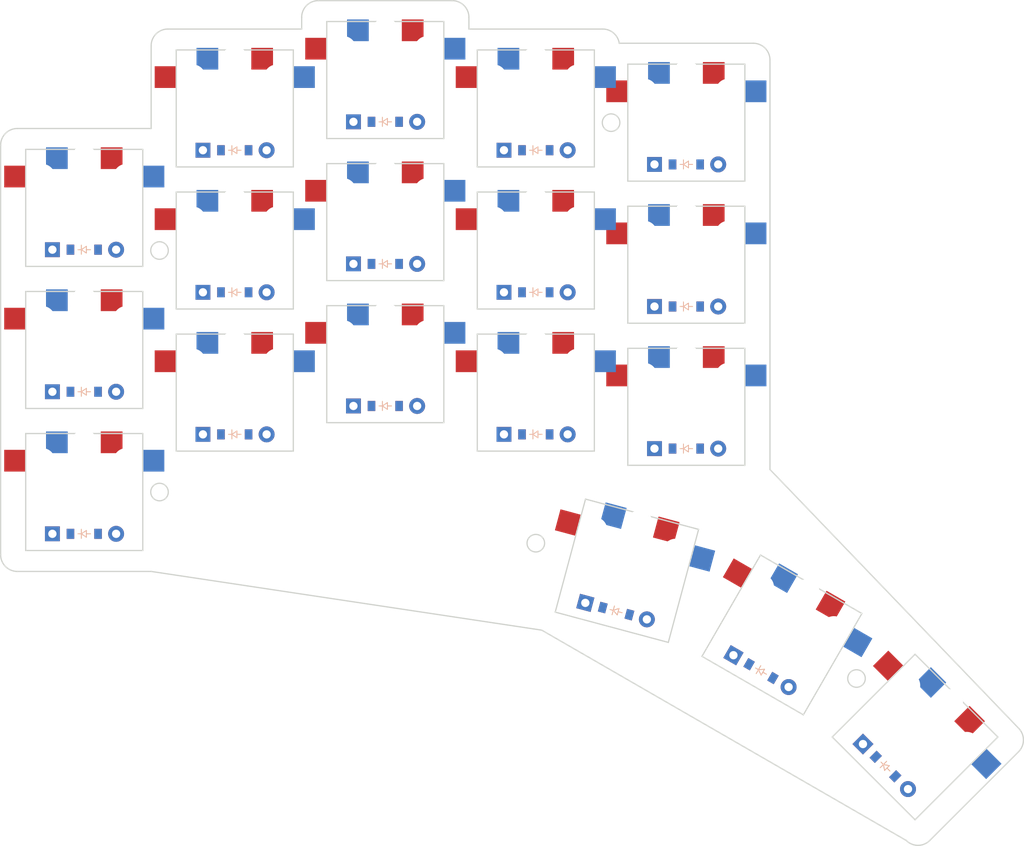
<source format=kicad_pcb>

            
(kicad_pcb (version 20171130) (host pcbnew 5.1.6)

  (page A3)
  (title_block
    (title KEYBOARD_NAME_HERE)
    (rev VERSION_HERE)
    (company YOUR_NAME_HERE)
  )

  (general
    (thickness 1.6)
  )

  (layers
    (0 F.Cu signal)
    (31 B.Cu signal)
    (32 B.Adhes user)
    (33 F.Adhes user)
    (34 B.Paste user)
    (35 F.Paste user)
    (36 B.SilkS user)
    (37 F.SilkS user)
    (38 B.Mask user)
    (39 F.Mask user)
    (40 Dwgs.User user)
    (41 Cmts.User user)
    (42 Eco1.User user)
    (43 Eco2.User user)
    (44 Edge.Cuts user)
    (45 Margin user)
    (46 B.CrtYd user)
    (47 F.CrtYd user)
    (48 B.Fab user)
    (49 F.Fab user)
  )

  (setup
    (last_trace_width 0.25)
    (trace_clearance 0.2)
    (zone_clearance 0.508)
    (zone_45_only no)
    (trace_min 0.2)
    (via_size 0.8)
    (via_drill 0.4)
    (via_min_size 0.4)
    (via_min_drill 0.3)
    (uvia_size 0.3)
    (uvia_drill 0.1)
    (uvias_allowed no)
    (uvia_min_size 0.2)
    (uvia_min_drill 0.1)
    (edge_width 0.05)
    (segment_width 0.2)
    (pcb_text_width 0.3)
    (pcb_text_size 1.5 1.5)
    (mod_edge_width 0.12)
    (mod_text_size 1 1)
    (mod_text_width 0.15)
    (pad_size 1.524 1.524)
    (pad_drill 0.762)
    (pad_to_mask_clearance 0.05)
    (aux_axis_origin 0 0)
    (visible_elements FFFFFF7F)
    (pcbplotparams
      (layerselection 0x010fc_ffffffff)
      (usegerberextensions false)
      (usegerberattributes true)
      (usegerberadvancedattributes true)
      (creategerberjobfile true)
      (excludeedgelayer true)
      (linewidth 0.100000)
      (plotframeref false)
      (viasonmask false)
      (mode 1)
      (useauxorigin false)
      (hpglpennumber 1)
      (hpglpenspeed 20)
      (hpglpendiameter 15.000000)
      (psnegative false)
      (psa4output false)
      (plotreference true)
      (plotvalue true)
      (plotinvisibletext false)
      (padsonsilk false)
      (subtractmaskfromsilk false)
      (outputformat 1)
      (mirror false)
      (drillshape 1)
      (scaleselection 1)
      (outputdirectory ""))
  )

            (net 0 "")
(net 1 "pinky_bottom")
(net 2 "P21")
(net 3 "P7")
(net 4 "pinky_home")
(net 5 "P6")
(net 6 "pinky_top")
(net 7 "P5")
(net 8 "ring_bottom")
(net 9 "P20")
(net 10 "ring_home")
(net 11 "ring_top")
(net 12 "middle_bottom")
(net 13 "P19")
(net 14 "middle_home")
(net 15 "middle_top")
(net 16 "index_bottom")
(net 17 "P18")
(net 18 "index_home")
(net 19 "index_top")
(net 20 "inner_bottom")
(net 21 "P15")
(net 22 "inner_home")
(net 23 "inner_top")
(net 24 "near_thumb")
(net 25 "P4")
(net 26 "home_thumb")
(net 27 "far_thumb")
            
  (net_class Default "This is the default net class."
    (clearance 0.2)
    (trace_width 0.25)
    (via_dia 0.8)
    (via_drill 0.4)
    (uvia_dia 0.3)
    (uvia_drill 0.1)
    (add_net "")
(add_net "pinky_bottom")
(add_net "P21")
(add_net "P7")
(add_net "pinky_home")
(add_net "P6")
(add_net "pinky_top")
(add_net "P5")
(add_net "ring_bottom")
(add_net "P20")
(add_net "ring_home")
(add_net "ring_top")
(add_net "middle_bottom")
(add_net "P19")
(add_net "middle_home")
(add_net "middle_top")
(add_net "index_bottom")
(add_net "P18")
(add_net "index_home")
(add_net "index_top")
(add_net "inner_bottom")
(add_net "P15")
(add_net "inner_home")
(add_net "inner_top")
(add_net "near_thumb")
(add_net "P4")
(add_net "home_thumb")
(add_net "far_thumb")
  )

            
        
      (module PG1350 (layer F.Cu) (tedit 5DD50112)
      (at 18 0 0)

      
      (fp_text reference "S1" (at 0 0) (layer F.SilkS) hide (effects (font (size 1.27 1.27) (thickness 0.15))))
      (fp_text value "" (at 0 0) (layer F.SilkS) hide (effects (font (size 1.27 1.27) (thickness 0.15))))

      
      (fp_line (start -7 -6) (end -7 -7) (layer Dwgs.User) (width 0.15))
      (fp_line (start -7 7) (end -6 7) (layer Dwgs.User) (width 0.15))
      (fp_line (start -6 -7) (end -7 -7) (layer Dwgs.User) (width 0.15))
      (fp_line (start -7 7) (end -7 6) (layer Dwgs.User) (width 0.15))
      (fp_line (start 7 6) (end 7 7) (layer Dwgs.User) (width 0.15))
      (fp_line (start 7 -7) (end 6 -7) (layer Dwgs.User) (width 0.15))
      (fp_line (start 6 7) (end 7 7) (layer Dwgs.User) (width 0.15))
      (fp_line (start 7 -7) (end 7 -6) (layer Dwgs.User) (width 0.15))      
      
      
      (pad "" np_thru_hole circle (at 0 0) (size 3.429 3.429) (drill 3.429) (layers *.Cu *.Mask))
        
      
      (pad "" np_thru_hole circle (at 5.5 0) (size 1.7018 1.7018) (drill 1.7018) (layers *.Cu *.Mask))
      (pad "" np_thru_hole circle (at -5.5 0) (size 1.7018 1.7018) (drill 1.7018) (layers *.Cu *.Mask))
      
        
      
      (fp_line (start -9 -8.5) (end 9 -8.5) (layer Dwgs.User) (width 0.15))
      (fp_line (start 9 -8.5) (end 9 8.5) (layer Dwgs.User) (width 0.15))
      (fp_line (start 9 8.5) (end -9 8.5) (layer Dwgs.User) (width 0.15))
      (fp_line (start -9 8.5) (end -9 -8.5) (layer Dwgs.User) (width 0.15))
      
        
          
          (pad "" np_thru_hole circle (at 5 -3.75) (size 3 3) (drill 3) (layers *.Cu *.Mask))
          (pad "" np_thru_hole circle (at 0 -5.95) (size 3 3) (drill 3) (layers *.Cu *.Mask))
      
          
          (pad 1 smd rect (at -3.275 -5.95 0) (size 2.6 2.6) (layers B.Cu B.Paste B.Mask)  (net 1 "pinky_bottom"))
          (pad 2 smd rect (at 8.275 -3.75 0) (size 2.6 2.6) (layers B.Cu B.Paste B.Mask)  (net 2 "P21"))
        
        
          
          (pad "" np_thru_hole circle (at -5 -3.75) (size 3 3) (drill 3) (layers *.Cu *.Mask))
          (pad "" np_thru_hole circle (at 0 -5.95) (size 3 3) (drill 3) (layers *.Cu *.Mask))
      
          
          (pad 1 smd rect (at 3.275 -5.95 0) (size 2.6 2.6) (layers F.Cu F.Paste F.Mask)  (net 1 "pinky_bottom"))
          (pad 2 smd rect (at -8.275 -3.75 0) (size 2.6 2.6) (layers F.Cu F.Paste F.Mask)  (net 2 "P21"))
        )
        

  
    (module ComboDiode (layer F.Cu) (tedit 5B24D78E)


        (at 18 5 0)

        
        (fp_text reference "D1" (at 0 0) (layer F.SilkS) hide (effects (font (size 1.27 1.27) (thickness 0.15))))
        (fp_text value "" (at 0 0) (layer F.SilkS) hide (effects (font (size 1.27 1.27) (thickness 0.15))))
        
        
        (fp_line (start 0.25 0) (end 0.75 0) (layer F.SilkS) (width 0.1))
        (fp_line (start 0.25 0.4) (end -0.35 0) (layer F.SilkS) (width 0.1))
        (fp_line (start 0.25 -0.4) (end 0.25 0.4) (layer F.SilkS) (width 0.1))
        (fp_line (start -0.35 0) (end 0.25 -0.4) (layer F.SilkS) (width 0.1))
        (fp_line (start -0.35 0) (end -0.35 0.55) (layer F.SilkS) (width 0.1))
        (fp_line (start -0.35 0) (end -0.35 -0.55) (layer F.SilkS) (width 0.1))
        (fp_line (start -0.75 0) (end -0.35 0) (layer F.SilkS) (width 0.1))
        (fp_line (start 0.25 0) (end 0.75 0) (layer B.SilkS) (width 0.1))
        (fp_line (start 0.25 0.4) (end -0.35 0) (layer B.SilkS) (width 0.1))
        (fp_line (start 0.25 -0.4) (end 0.25 0.4) (layer B.SilkS) (width 0.1))
        (fp_line (start -0.35 0) (end 0.25 -0.4) (layer B.SilkS) (width 0.1))
        (fp_line (start -0.35 0) (end -0.35 0.55) (layer B.SilkS) (width 0.1))
        (fp_line (start -0.35 0) (end -0.35 -0.55) (layer B.SilkS) (width 0.1))
        (fp_line (start -0.75 0) (end -0.35 0) (layer B.SilkS) (width 0.1))
    
        
        (pad 1 smd rect (at -1.65 0 0) (size 0.9 1.2) (layers F.Cu F.Paste F.Mask) (net 3 "P7"))
        (pad 2 smd rect (at 1.65 0 0) (size 0.9 1.2) (layers B.Cu B.Paste B.Mask) (net 1 "pinky_bottom"))
        (pad 1 smd rect (at -1.65 0 0) (size 0.9 1.2) (layers B.Cu B.Paste B.Mask) (net 3 "P7"))
        (pad 2 smd rect (at 1.65 0 0) (size 0.9 1.2) (layers F.Cu F.Paste F.Mask) (net 1 "pinky_bottom"))
        
        
        (pad 1 thru_hole circle (at 3.81 0 0) (size 1.905 1.905) (drill 0.9906) (layers *.Cu *.Mask) (net 1 "pinky_bottom"))
        (pad 2 thru_hole rect (at -3.81 0 0) (size 1.778 1.778) (drill 0.9906) (layers *.Cu *.Mask) (net 3 "P7"))
    )
  
    

        
      (module PG1350 (layer F.Cu) (tedit 5DD50112)
      (at 18 -17 0)

      
      (fp_text reference "S2" (at 0 0) (layer F.SilkS) hide (effects (font (size 1.27 1.27) (thickness 0.15))))
      (fp_text value "" (at 0 0) (layer F.SilkS) hide (effects (font (size 1.27 1.27) (thickness 0.15))))

      
      (fp_line (start -7 -6) (end -7 -7) (layer Dwgs.User) (width 0.15))
      (fp_line (start -7 7) (end -6 7) (layer Dwgs.User) (width 0.15))
      (fp_line (start -6 -7) (end -7 -7) (layer Dwgs.User) (width 0.15))
      (fp_line (start -7 7) (end -7 6) (layer Dwgs.User) (width 0.15))
      (fp_line (start 7 6) (end 7 7) (layer Dwgs.User) (width 0.15))
      (fp_line (start 7 -7) (end 6 -7) (layer Dwgs.User) (width 0.15))
      (fp_line (start 6 7) (end 7 7) (layer Dwgs.User) (width 0.15))
      (fp_line (start 7 -7) (end 7 -6) (layer Dwgs.User) (width 0.15))      
      
      
      (pad "" np_thru_hole circle (at 0 0) (size 3.429 3.429) (drill 3.429) (layers *.Cu *.Mask))
        
      
      (pad "" np_thru_hole circle (at 5.5 0) (size 1.7018 1.7018) (drill 1.7018) (layers *.Cu *.Mask))
      (pad "" np_thru_hole circle (at -5.5 0) (size 1.7018 1.7018) (drill 1.7018) (layers *.Cu *.Mask))
      
        
      
      (fp_line (start -9 -8.5) (end 9 -8.5) (layer Dwgs.User) (width 0.15))
      (fp_line (start 9 -8.5) (end 9 8.5) (layer Dwgs.User) (width 0.15))
      (fp_line (start 9 8.5) (end -9 8.5) (layer Dwgs.User) (width 0.15))
      (fp_line (start -9 8.5) (end -9 -8.5) (layer Dwgs.User) (width 0.15))
      
        
          
          (pad "" np_thru_hole circle (at 5 -3.75) (size 3 3) (drill 3) (layers *.Cu *.Mask))
          (pad "" np_thru_hole circle (at 0 -5.95) (size 3 3) (drill 3) (layers *.Cu *.Mask))
      
          
          (pad 1 smd rect (at -3.275 -5.95 0) (size 2.6 2.6) (layers B.Cu B.Paste B.Mask)  (net 4 "pinky_home"))
          (pad 2 smd rect (at 8.275 -3.75 0) (size 2.6 2.6) (layers B.Cu B.Paste B.Mask)  (net 2 "P21"))
        
        
          
          (pad "" np_thru_hole circle (at -5 -3.75) (size 3 3) (drill 3) (layers *.Cu *.Mask))
          (pad "" np_thru_hole circle (at 0 -5.95) (size 3 3) (drill 3) (layers *.Cu *.Mask))
      
          
          (pad 1 smd rect (at 3.275 -5.95 0) (size 2.6 2.6) (layers F.Cu F.Paste F.Mask)  (net 4 "pinky_home"))
          (pad 2 smd rect (at -8.275 -3.75 0) (size 2.6 2.6) (layers F.Cu F.Paste F.Mask)  (net 2 "P21"))
        )
        

  
    (module ComboDiode (layer F.Cu) (tedit 5B24D78E)


        (at 18 -12 0)

        
        (fp_text reference "D2" (at 0 0) (layer F.SilkS) hide (effects (font (size 1.27 1.27) (thickness 0.15))))
        (fp_text value "" (at 0 0) (layer F.SilkS) hide (effects (font (size 1.27 1.27) (thickness 0.15))))
        
        
        (fp_line (start 0.25 0) (end 0.75 0) (layer F.SilkS) (width 0.1))
        (fp_line (start 0.25 0.4) (end -0.35 0) (layer F.SilkS) (width 0.1))
        (fp_line (start 0.25 -0.4) (end 0.25 0.4) (layer F.SilkS) (width 0.1))
        (fp_line (start -0.35 0) (end 0.25 -0.4) (layer F.SilkS) (width 0.1))
        (fp_line (start -0.35 0) (end -0.35 0.55) (layer F.SilkS) (width 0.1))
        (fp_line (start -0.35 0) (end -0.35 -0.55) (layer F.SilkS) (width 0.1))
        (fp_line (start -0.75 0) (end -0.35 0) (layer F.SilkS) (width 0.1))
        (fp_line (start 0.25 0) (end 0.75 0) (layer B.SilkS) (width 0.1))
        (fp_line (start 0.25 0.4) (end -0.35 0) (layer B.SilkS) (width 0.1))
        (fp_line (start 0.25 -0.4) (end 0.25 0.4) (layer B.SilkS) (width 0.1))
        (fp_line (start -0.35 0) (end 0.25 -0.4) (layer B.SilkS) (width 0.1))
        (fp_line (start -0.35 0) (end -0.35 0.55) (layer B.SilkS) (width 0.1))
        (fp_line (start -0.35 0) (end -0.35 -0.55) (layer B.SilkS) (width 0.1))
        (fp_line (start -0.75 0) (end -0.35 0) (layer B.SilkS) (width 0.1))
    
        
        (pad 1 smd rect (at -1.65 0 0) (size 0.9 1.2) (layers F.Cu F.Paste F.Mask) (net 5 "P6"))
        (pad 2 smd rect (at 1.65 0 0) (size 0.9 1.2) (layers B.Cu B.Paste B.Mask) (net 4 "pinky_home"))
        (pad 1 smd rect (at -1.65 0 0) (size 0.9 1.2) (layers B.Cu B.Paste B.Mask) (net 5 "P6"))
        (pad 2 smd rect (at 1.65 0 0) (size 0.9 1.2) (layers F.Cu F.Paste F.Mask) (net 4 "pinky_home"))
        
        
        (pad 1 thru_hole circle (at 3.81 0 0) (size 1.905 1.905) (drill 0.9906) (layers *.Cu *.Mask) (net 4 "pinky_home"))
        (pad 2 thru_hole rect (at -3.81 0 0) (size 1.778 1.778) (drill 0.9906) (layers *.Cu *.Mask) (net 5 "P6"))
    )
  
    

        
      (module PG1350 (layer F.Cu) (tedit 5DD50112)
      (at 18 -34 0)

      
      (fp_text reference "S3" (at 0 0) (layer F.SilkS) hide (effects (font (size 1.27 1.27) (thickness 0.15))))
      (fp_text value "" (at 0 0) (layer F.SilkS) hide (effects (font (size 1.27 1.27) (thickness 0.15))))

      
      (fp_line (start -7 -6) (end -7 -7) (layer Dwgs.User) (width 0.15))
      (fp_line (start -7 7) (end -6 7) (layer Dwgs.User) (width 0.15))
      (fp_line (start -6 -7) (end -7 -7) (layer Dwgs.User) (width 0.15))
      (fp_line (start -7 7) (end -7 6) (layer Dwgs.User) (width 0.15))
      (fp_line (start 7 6) (end 7 7) (layer Dwgs.User) (width 0.15))
      (fp_line (start 7 -7) (end 6 -7) (layer Dwgs.User) (width 0.15))
      (fp_line (start 6 7) (end 7 7) (layer Dwgs.User) (width 0.15))
      (fp_line (start 7 -7) (end 7 -6) (layer Dwgs.User) (width 0.15))      
      
      
      (pad "" np_thru_hole circle (at 0 0) (size 3.429 3.429) (drill 3.429) (layers *.Cu *.Mask))
        
      
      (pad "" np_thru_hole circle (at 5.5 0) (size 1.7018 1.7018) (drill 1.7018) (layers *.Cu *.Mask))
      (pad "" np_thru_hole circle (at -5.5 0) (size 1.7018 1.7018) (drill 1.7018) (layers *.Cu *.Mask))
      
        
      
      (fp_line (start -9 -8.5) (end 9 -8.5) (layer Dwgs.User) (width 0.15))
      (fp_line (start 9 -8.5) (end 9 8.5) (layer Dwgs.User) (width 0.15))
      (fp_line (start 9 8.5) (end -9 8.5) (layer Dwgs.User) (width 0.15))
      (fp_line (start -9 8.5) (end -9 -8.5) (layer Dwgs.User) (width 0.15))
      
        
          
          (pad "" np_thru_hole circle (at 5 -3.75) (size 3 3) (drill 3) (layers *.Cu *.Mask))
          (pad "" np_thru_hole circle (at 0 -5.95) (size 3 3) (drill 3) (layers *.Cu *.Mask))
      
          
          (pad 1 smd rect (at -3.275 -5.95 0) (size 2.6 2.6) (layers B.Cu B.Paste B.Mask)  (net 6 "pinky_top"))
          (pad 2 smd rect (at 8.275 -3.75 0) (size 2.6 2.6) (layers B.Cu B.Paste B.Mask)  (net 2 "P21"))
        
        
          
          (pad "" np_thru_hole circle (at -5 -3.75) (size 3 3) (drill 3) (layers *.Cu *.Mask))
          (pad "" np_thru_hole circle (at 0 -5.95) (size 3 3) (drill 3) (layers *.Cu *.Mask))
      
          
          (pad 1 smd rect (at 3.275 -5.95 0) (size 2.6 2.6) (layers F.Cu F.Paste F.Mask)  (net 6 "pinky_top"))
          (pad 2 smd rect (at -8.275 -3.75 0) (size 2.6 2.6) (layers F.Cu F.Paste F.Mask)  (net 2 "P21"))
        )
        

  
    (module ComboDiode (layer F.Cu) (tedit 5B24D78E)


        (at 18 -29 0)

        
        (fp_text reference "D3" (at 0 0) (layer F.SilkS) hide (effects (font (size 1.27 1.27) (thickness 0.15))))
        (fp_text value "" (at 0 0) (layer F.SilkS) hide (effects (font (size 1.27 1.27) (thickness 0.15))))
        
        
        (fp_line (start 0.25 0) (end 0.75 0) (layer F.SilkS) (width 0.1))
        (fp_line (start 0.25 0.4) (end -0.35 0) (layer F.SilkS) (width 0.1))
        (fp_line (start 0.25 -0.4) (end 0.25 0.4) (layer F.SilkS) (width 0.1))
        (fp_line (start -0.35 0) (end 0.25 -0.4) (layer F.SilkS) (width 0.1))
        (fp_line (start -0.35 0) (end -0.35 0.55) (layer F.SilkS) (width 0.1))
        (fp_line (start -0.35 0) (end -0.35 -0.55) (layer F.SilkS) (width 0.1))
        (fp_line (start -0.75 0) (end -0.35 0) (layer F.SilkS) (width 0.1))
        (fp_line (start 0.25 0) (end 0.75 0) (layer B.SilkS) (width 0.1))
        (fp_line (start 0.25 0.4) (end -0.35 0) (layer B.SilkS) (width 0.1))
        (fp_line (start 0.25 -0.4) (end 0.25 0.4) (layer B.SilkS) (width 0.1))
        (fp_line (start -0.35 0) (end 0.25 -0.4) (layer B.SilkS) (width 0.1))
        (fp_line (start -0.35 0) (end -0.35 0.55) (layer B.SilkS) (width 0.1))
        (fp_line (start -0.35 0) (end -0.35 -0.55) (layer B.SilkS) (width 0.1))
        (fp_line (start -0.75 0) (end -0.35 0) (layer B.SilkS) (width 0.1))
    
        
        (pad 1 smd rect (at -1.65 0 0) (size 0.9 1.2) (layers F.Cu F.Paste F.Mask) (net 7 "P5"))
        (pad 2 smd rect (at 1.65 0 0) (size 0.9 1.2) (layers B.Cu B.Paste B.Mask) (net 6 "pinky_top"))
        (pad 1 smd rect (at -1.65 0 0) (size 0.9 1.2) (layers B.Cu B.Paste B.Mask) (net 7 "P5"))
        (pad 2 smd rect (at 1.65 0 0) (size 0.9 1.2) (layers F.Cu F.Paste F.Mask) (net 6 "pinky_top"))
        
        
        (pad 1 thru_hole circle (at 3.81 0 0) (size 1.905 1.905) (drill 0.9906) (layers *.Cu *.Mask) (net 6 "pinky_top"))
        (pad 2 thru_hole rect (at -3.81 0 0) (size 1.778 1.778) (drill 0.9906) (layers *.Cu *.Mask) (net 7 "P5"))
    )
  
    

        
      (module PG1350 (layer F.Cu) (tedit 5DD50112)
      (at 36 -11.9 0)

      
      (fp_text reference "S4" (at 0 0) (layer F.SilkS) hide (effects (font (size 1.27 1.27) (thickness 0.15))))
      (fp_text value "" (at 0 0) (layer F.SilkS) hide (effects (font (size 1.27 1.27) (thickness 0.15))))

      
      (fp_line (start -7 -6) (end -7 -7) (layer Dwgs.User) (width 0.15))
      (fp_line (start -7 7) (end -6 7) (layer Dwgs.User) (width 0.15))
      (fp_line (start -6 -7) (end -7 -7) (layer Dwgs.User) (width 0.15))
      (fp_line (start -7 7) (end -7 6) (layer Dwgs.User) (width 0.15))
      (fp_line (start 7 6) (end 7 7) (layer Dwgs.User) (width 0.15))
      (fp_line (start 7 -7) (end 6 -7) (layer Dwgs.User) (width 0.15))
      (fp_line (start 6 7) (end 7 7) (layer Dwgs.User) (width 0.15))
      (fp_line (start 7 -7) (end 7 -6) (layer Dwgs.User) (width 0.15))      
      
      
      (pad "" np_thru_hole circle (at 0 0) (size 3.429 3.429) (drill 3.429) (layers *.Cu *.Mask))
        
      
      (pad "" np_thru_hole circle (at 5.5 0) (size 1.7018 1.7018) (drill 1.7018) (layers *.Cu *.Mask))
      (pad "" np_thru_hole circle (at -5.5 0) (size 1.7018 1.7018) (drill 1.7018) (layers *.Cu *.Mask))
      
        
      
      (fp_line (start -9 -8.5) (end 9 -8.5) (layer Dwgs.User) (width 0.15))
      (fp_line (start 9 -8.5) (end 9 8.5) (layer Dwgs.User) (width 0.15))
      (fp_line (start 9 8.5) (end -9 8.5) (layer Dwgs.User) (width 0.15))
      (fp_line (start -9 8.5) (end -9 -8.5) (layer Dwgs.User) (width 0.15))
      
        
          
          (pad "" np_thru_hole circle (at 5 -3.75) (size 3 3) (drill 3) (layers *.Cu *.Mask))
          (pad "" np_thru_hole circle (at 0 -5.95) (size 3 3) (drill 3) (layers *.Cu *.Mask))
      
          
          (pad 1 smd rect (at -3.275 -5.95 0) (size 2.6 2.6) (layers B.Cu B.Paste B.Mask)  (net 8 "ring_bottom"))
          (pad 2 smd rect (at 8.275 -3.75 0) (size 2.6 2.6) (layers B.Cu B.Paste B.Mask)  (net 9 "P20"))
        
        
          
          (pad "" np_thru_hole circle (at -5 -3.75) (size 3 3) (drill 3) (layers *.Cu *.Mask))
          (pad "" np_thru_hole circle (at 0 -5.95) (size 3 3) (drill 3) (layers *.Cu *.Mask))
      
          
          (pad 1 smd rect (at 3.275 -5.95 0) (size 2.6 2.6) (layers F.Cu F.Paste F.Mask)  (net 8 "ring_bottom"))
          (pad 2 smd rect (at -8.275 -3.75 0) (size 2.6 2.6) (layers F.Cu F.Paste F.Mask)  (net 9 "P20"))
        )
        

  
    (module ComboDiode (layer F.Cu) (tedit 5B24D78E)


        (at 36 -6.9 0)

        
        (fp_text reference "D4" (at 0 0) (layer F.SilkS) hide (effects (font (size 1.27 1.27) (thickness 0.15))))
        (fp_text value "" (at 0 0) (layer F.SilkS) hide (effects (font (size 1.27 1.27) (thickness 0.15))))
        
        
        (fp_line (start 0.25 0) (end 0.75 0) (layer F.SilkS) (width 0.1))
        (fp_line (start 0.25 0.4) (end -0.35 0) (layer F.SilkS) (width 0.1))
        (fp_line (start 0.25 -0.4) (end 0.25 0.4) (layer F.SilkS) (width 0.1))
        (fp_line (start -0.35 0) (end 0.25 -0.4) (layer F.SilkS) (width 0.1))
        (fp_line (start -0.35 0) (end -0.35 0.55) (layer F.SilkS) (width 0.1))
        (fp_line (start -0.35 0) (end -0.35 -0.55) (layer F.SilkS) (width 0.1))
        (fp_line (start -0.75 0) (end -0.35 0) (layer F.SilkS) (width 0.1))
        (fp_line (start 0.25 0) (end 0.75 0) (layer B.SilkS) (width 0.1))
        (fp_line (start 0.25 0.4) (end -0.35 0) (layer B.SilkS) (width 0.1))
        (fp_line (start 0.25 -0.4) (end 0.25 0.4) (layer B.SilkS) (width 0.1))
        (fp_line (start -0.35 0) (end 0.25 -0.4) (layer B.SilkS) (width 0.1))
        (fp_line (start -0.35 0) (end -0.35 0.55) (layer B.SilkS) (width 0.1))
        (fp_line (start -0.35 0) (end -0.35 -0.55) (layer B.SilkS) (width 0.1))
        (fp_line (start -0.75 0) (end -0.35 0) (layer B.SilkS) (width 0.1))
    
        
        (pad 1 smd rect (at -1.65 0 0) (size 0.9 1.2) (layers F.Cu F.Paste F.Mask) (net 3 "P7"))
        (pad 2 smd rect (at 1.65 0 0) (size 0.9 1.2) (layers B.Cu B.Paste B.Mask) (net 8 "ring_bottom"))
        (pad 1 smd rect (at -1.65 0 0) (size 0.9 1.2) (layers B.Cu B.Paste B.Mask) (net 3 "P7"))
        (pad 2 smd rect (at 1.65 0 0) (size 0.9 1.2) (layers F.Cu F.Paste F.Mask) (net 8 "ring_bottom"))
        
        
        (pad 1 thru_hole circle (at 3.81 0 0) (size 1.905 1.905) (drill 0.9906) (layers *.Cu *.Mask) (net 8 "ring_bottom"))
        (pad 2 thru_hole rect (at -3.81 0 0) (size 1.778 1.778) (drill 0.9906) (layers *.Cu *.Mask) (net 3 "P7"))
    )
  
    

        
      (module PG1350 (layer F.Cu) (tedit 5DD50112)
      (at 36 -28.9 0)

      
      (fp_text reference "S5" (at 0 0) (layer F.SilkS) hide (effects (font (size 1.27 1.27) (thickness 0.15))))
      (fp_text value "" (at 0 0) (layer F.SilkS) hide (effects (font (size 1.27 1.27) (thickness 0.15))))

      
      (fp_line (start -7 -6) (end -7 -7) (layer Dwgs.User) (width 0.15))
      (fp_line (start -7 7) (end -6 7) (layer Dwgs.User) (width 0.15))
      (fp_line (start -6 -7) (end -7 -7) (layer Dwgs.User) (width 0.15))
      (fp_line (start -7 7) (end -7 6) (layer Dwgs.User) (width 0.15))
      (fp_line (start 7 6) (end 7 7) (layer Dwgs.User) (width 0.15))
      (fp_line (start 7 -7) (end 6 -7) (layer Dwgs.User) (width 0.15))
      (fp_line (start 6 7) (end 7 7) (layer Dwgs.User) (width 0.15))
      (fp_line (start 7 -7) (end 7 -6) (layer Dwgs.User) (width 0.15))      
      
      
      (pad "" np_thru_hole circle (at 0 0) (size 3.429 3.429) (drill 3.429) (layers *.Cu *.Mask))
        
      
      (pad "" np_thru_hole circle (at 5.5 0) (size 1.7018 1.7018) (drill 1.7018) (layers *.Cu *.Mask))
      (pad "" np_thru_hole circle (at -5.5 0) (size 1.7018 1.7018) (drill 1.7018) (layers *.Cu *.Mask))
      
        
      
      (fp_line (start -9 -8.5) (end 9 -8.5) (layer Dwgs.User) (width 0.15))
      (fp_line (start 9 -8.5) (end 9 8.5) (layer Dwgs.User) (width 0.15))
      (fp_line (start 9 8.5) (end -9 8.5) (layer Dwgs.User) (width 0.15))
      (fp_line (start -9 8.5) (end -9 -8.5) (layer Dwgs.User) (width 0.15))
      
        
          
          (pad "" np_thru_hole circle (at 5 -3.75) (size 3 3) (drill 3) (layers *.Cu *.Mask))
          (pad "" np_thru_hole circle (at 0 -5.95) (size 3 3) (drill 3) (layers *.Cu *.Mask))
      
          
          (pad 1 smd rect (at -3.275 -5.95 0) (size 2.6 2.6) (layers B.Cu B.Paste B.Mask)  (net 10 "ring_home"))
          (pad 2 smd rect (at 8.275 -3.75 0) (size 2.6 2.6) (layers B.Cu B.Paste B.Mask)  (net 9 "P20"))
        
        
          
          (pad "" np_thru_hole circle (at -5 -3.75) (size 3 3) (drill 3) (layers *.Cu *.Mask))
          (pad "" np_thru_hole circle (at 0 -5.95) (size 3 3) (drill 3) (layers *.Cu *.Mask))
      
          
          (pad 1 smd rect (at 3.275 -5.95 0) (size 2.6 2.6) (layers F.Cu F.Paste F.Mask)  (net 10 "ring_home"))
          (pad 2 smd rect (at -8.275 -3.75 0) (size 2.6 2.6) (layers F.Cu F.Paste F.Mask)  (net 9 "P20"))
        )
        

  
    (module ComboDiode (layer F.Cu) (tedit 5B24D78E)


        (at 36 -23.9 0)

        
        (fp_text reference "D5" (at 0 0) (layer F.SilkS) hide (effects (font (size 1.27 1.27) (thickness 0.15))))
        (fp_text value "" (at 0 0) (layer F.SilkS) hide (effects (font (size 1.27 1.27) (thickness 0.15))))
        
        
        (fp_line (start 0.25 0) (end 0.75 0) (layer F.SilkS) (width 0.1))
        (fp_line (start 0.25 0.4) (end -0.35 0) (layer F.SilkS) (width 0.1))
        (fp_line (start 0.25 -0.4) (end 0.25 0.4) (layer F.SilkS) (width 0.1))
        (fp_line (start -0.35 0) (end 0.25 -0.4) (layer F.SilkS) (width 0.1))
        (fp_line (start -0.35 0) (end -0.35 0.55) (layer F.SilkS) (width 0.1))
        (fp_line (start -0.35 0) (end -0.35 -0.55) (layer F.SilkS) (width 0.1))
        (fp_line (start -0.75 0) (end -0.35 0) (layer F.SilkS) (width 0.1))
        (fp_line (start 0.25 0) (end 0.75 0) (layer B.SilkS) (width 0.1))
        (fp_line (start 0.25 0.4) (end -0.35 0) (layer B.SilkS) (width 0.1))
        (fp_line (start 0.25 -0.4) (end 0.25 0.4) (layer B.SilkS) (width 0.1))
        (fp_line (start -0.35 0) (end 0.25 -0.4) (layer B.SilkS) (width 0.1))
        (fp_line (start -0.35 0) (end -0.35 0.55) (layer B.SilkS) (width 0.1))
        (fp_line (start -0.35 0) (end -0.35 -0.55) (layer B.SilkS) (width 0.1))
        (fp_line (start -0.75 0) (end -0.35 0) (layer B.SilkS) (width 0.1))
    
        
        (pad 1 smd rect (at -1.65 0 0) (size 0.9 1.2) (layers F.Cu F.Paste F.Mask) (net 5 "P6"))
        (pad 2 smd rect (at 1.65 0 0) (size 0.9 1.2) (layers B.Cu B.Paste B.Mask) (net 10 "ring_home"))
        (pad 1 smd rect (at -1.65 0 0) (size 0.9 1.2) (layers B.Cu B.Paste B.Mask) (net 5 "P6"))
        (pad 2 smd rect (at 1.65 0 0) (size 0.9 1.2) (layers F.Cu F.Paste F.Mask) (net 10 "ring_home"))
        
        
        (pad 1 thru_hole circle (at 3.81 0 0) (size 1.905 1.905) (drill 0.9906) (layers *.Cu *.Mask) (net 10 "ring_home"))
        (pad 2 thru_hole rect (at -3.81 0 0) (size 1.778 1.778) (drill 0.9906) (layers *.Cu *.Mask) (net 5 "P6"))
    )
  
    

        
      (module PG1350 (layer F.Cu) (tedit 5DD50112)
      (at 36 -45.9 0)

      
      (fp_text reference "S6" (at 0 0) (layer F.SilkS) hide (effects (font (size 1.27 1.27) (thickness 0.15))))
      (fp_text value "" (at 0 0) (layer F.SilkS) hide (effects (font (size 1.27 1.27) (thickness 0.15))))

      
      (fp_line (start -7 -6) (end -7 -7) (layer Dwgs.User) (width 0.15))
      (fp_line (start -7 7) (end -6 7) (layer Dwgs.User) (width 0.15))
      (fp_line (start -6 -7) (end -7 -7) (layer Dwgs.User) (width 0.15))
      (fp_line (start -7 7) (end -7 6) (layer Dwgs.User) (width 0.15))
      (fp_line (start 7 6) (end 7 7) (layer Dwgs.User) (width 0.15))
      (fp_line (start 7 -7) (end 6 -7) (layer Dwgs.User) (width 0.15))
      (fp_line (start 6 7) (end 7 7) (layer Dwgs.User) (width 0.15))
      (fp_line (start 7 -7) (end 7 -6) (layer Dwgs.User) (width 0.15))      
      
      
      (pad "" np_thru_hole circle (at 0 0) (size 3.429 3.429) (drill 3.429) (layers *.Cu *.Mask))
        
      
      (pad "" np_thru_hole circle (at 5.5 0) (size 1.7018 1.7018) (drill 1.7018) (layers *.Cu *.Mask))
      (pad "" np_thru_hole circle (at -5.5 0) (size 1.7018 1.7018) (drill 1.7018) (layers *.Cu *.Mask))
      
        
      
      (fp_line (start -9 -8.5) (end 9 -8.5) (layer Dwgs.User) (width 0.15))
      (fp_line (start 9 -8.5) (end 9 8.5) (layer Dwgs.User) (width 0.15))
      (fp_line (start 9 8.5) (end -9 8.5) (layer Dwgs.User) (width 0.15))
      (fp_line (start -9 8.5) (end -9 -8.5) (layer Dwgs.User) (width 0.15))
      
        
          
          (pad "" np_thru_hole circle (at 5 -3.75) (size 3 3) (drill 3) (layers *.Cu *.Mask))
          (pad "" np_thru_hole circle (at 0 -5.95) (size 3 3) (drill 3) (layers *.Cu *.Mask))
      
          
          (pad 1 smd rect (at -3.275 -5.95 0) (size 2.6 2.6) (layers B.Cu B.Paste B.Mask)  (net 11 "ring_top"))
          (pad 2 smd rect (at 8.275 -3.75 0) (size 2.6 2.6) (layers B.Cu B.Paste B.Mask)  (net 9 "P20"))
        
        
          
          (pad "" np_thru_hole circle (at -5 -3.75) (size 3 3) (drill 3) (layers *.Cu *.Mask))
          (pad "" np_thru_hole circle (at 0 -5.95) (size 3 3) (drill 3) (layers *.Cu *.Mask))
      
          
          (pad 1 smd rect (at 3.275 -5.95 0) (size 2.6 2.6) (layers F.Cu F.Paste F.Mask)  (net 11 "ring_top"))
          (pad 2 smd rect (at -8.275 -3.75 0) (size 2.6 2.6) (layers F.Cu F.Paste F.Mask)  (net 9 "P20"))
        )
        

  
    (module ComboDiode (layer F.Cu) (tedit 5B24D78E)


        (at 36 -40.9 0)

        
        (fp_text reference "D6" (at 0 0) (layer F.SilkS) hide (effects (font (size 1.27 1.27) (thickness 0.15))))
        (fp_text value "" (at 0 0) (layer F.SilkS) hide (effects (font (size 1.27 1.27) (thickness 0.15))))
        
        
        (fp_line (start 0.25 0) (end 0.75 0) (layer F.SilkS) (width 0.1))
        (fp_line (start 0.25 0.4) (end -0.35 0) (layer F.SilkS) (width 0.1))
        (fp_line (start 0.25 -0.4) (end 0.25 0.4) (layer F.SilkS) (width 0.1))
        (fp_line (start -0.35 0) (end 0.25 -0.4) (layer F.SilkS) (width 0.1))
        (fp_line (start -0.35 0) (end -0.35 0.55) (layer F.SilkS) (width 0.1))
        (fp_line (start -0.35 0) (end -0.35 -0.55) (layer F.SilkS) (width 0.1))
        (fp_line (start -0.75 0) (end -0.35 0) (layer F.SilkS) (width 0.1))
        (fp_line (start 0.25 0) (end 0.75 0) (layer B.SilkS) (width 0.1))
        (fp_line (start 0.25 0.4) (end -0.35 0) (layer B.SilkS) (width 0.1))
        (fp_line (start 0.25 -0.4) (end 0.25 0.4) (layer B.SilkS) (width 0.1))
        (fp_line (start -0.35 0) (end 0.25 -0.4) (layer B.SilkS) (width 0.1))
        (fp_line (start -0.35 0) (end -0.35 0.55) (layer B.SilkS) (width 0.1))
        (fp_line (start -0.35 0) (end -0.35 -0.55) (layer B.SilkS) (width 0.1))
        (fp_line (start -0.75 0) (end -0.35 0) (layer B.SilkS) (width 0.1))
    
        
        (pad 1 smd rect (at -1.65 0 0) (size 0.9 1.2) (layers F.Cu F.Paste F.Mask) (net 7 "P5"))
        (pad 2 smd rect (at 1.65 0 0) (size 0.9 1.2) (layers B.Cu B.Paste B.Mask) (net 11 "ring_top"))
        (pad 1 smd rect (at -1.65 0 0) (size 0.9 1.2) (layers B.Cu B.Paste B.Mask) (net 7 "P5"))
        (pad 2 smd rect (at 1.65 0 0) (size 0.9 1.2) (layers F.Cu F.Paste F.Mask) (net 11 "ring_top"))
        
        
        (pad 1 thru_hole circle (at 3.81 0 0) (size 1.905 1.905) (drill 0.9906) (layers *.Cu *.Mask) (net 11 "ring_top"))
        (pad 2 thru_hole rect (at -3.81 0 0) (size 1.778 1.778) (drill 0.9906) (layers *.Cu *.Mask) (net 7 "P5"))
    )
  
    

        
      (module PG1350 (layer F.Cu) (tedit 5DD50112)
      (at 54 -15.3 0)

      
      (fp_text reference "S7" (at 0 0) (layer F.SilkS) hide (effects (font (size 1.27 1.27) (thickness 0.15))))
      (fp_text value "" (at 0 0) (layer F.SilkS) hide (effects (font (size 1.27 1.27) (thickness 0.15))))

      
      (fp_line (start -7 -6) (end -7 -7) (layer Dwgs.User) (width 0.15))
      (fp_line (start -7 7) (end -6 7) (layer Dwgs.User) (width 0.15))
      (fp_line (start -6 -7) (end -7 -7) (layer Dwgs.User) (width 0.15))
      (fp_line (start -7 7) (end -7 6) (layer Dwgs.User) (width 0.15))
      (fp_line (start 7 6) (end 7 7) (layer Dwgs.User) (width 0.15))
      (fp_line (start 7 -7) (end 6 -7) (layer Dwgs.User) (width 0.15))
      (fp_line (start 6 7) (end 7 7) (layer Dwgs.User) (width 0.15))
      (fp_line (start 7 -7) (end 7 -6) (layer Dwgs.User) (width 0.15))      
      
      
      (pad "" np_thru_hole circle (at 0 0) (size 3.429 3.429) (drill 3.429) (layers *.Cu *.Mask))
        
      
      (pad "" np_thru_hole circle (at 5.5 0) (size 1.7018 1.7018) (drill 1.7018) (layers *.Cu *.Mask))
      (pad "" np_thru_hole circle (at -5.5 0) (size 1.7018 1.7018) (drill 1.7018) (layers *.Cu *.Mask))
      
        
      
      (fp_line (start -9 -8.5) (end 9 -8.5) (layer Dwgs.User) (width 0.15))
      (fp_line (start 9 -8.5) (end 9 8.5) (layer Dwgs.User) (width 0.15))
      (fp_line (start 9 8.5) (end -9 8.5) (layer Dwgs.User) (width 0.15))
      (fp_line (start -9 8.5) (end -9 -8.5) (layer Dwgs.User) (width 0.15))
      
        
          
          (pad "" np_thru_hole circle (at 5 -3.75) (size 3 3) (drill 3) (layers *.Cu *.Mask))
          (pad "" np_thru_hole circle (at 0 -5.95) (size 3 3) (drill 3) (layers *.Cu *.Mask))
      
          
          (pad 1 smd rect (at -3.275 -5.95 0) (size 2.6 2.6) (layers B.Cu B.Paste B.Mask)  (net 12 "middle_bottom"))
          (pad 2 smd rect (at 8.275 -3.75 0) (size 2.6 2.6) (layers B.Cu B.Paste B.Mask)  (net 13 "P19"))
        
        
          
          (pad "" np_thru_hole circle (at -5 -3.75) (size 3 3) (drill 3) (layers *.Cu *.Mask))
          (pad "" np_thru_hole circle (at 0 -5.95) (size 3 3) (drill 3) (layers *.Cu *.Mask))
      
          
          (pad 1 smd rect (at 3.275 -5.95 0) (size 2.6 2.6) (layers F.Cu F.Paste F.Mask)  (net 12 "middle_bottom"))
          (pad 2 smd rect (at -8.275 -3.75 0) (size 2.6 2.6) (layers F.Cu F.Paste F.Mask)  (net 13 "P19"))
        )
        

  
    (module ComboDiode (layer F.Cu) (tedit 5B24D78E)


        (at 54 -10.3 0)

        
        (fp_text reference "D7" (at 0 0) (layer F.SilkS) hide (effects (font (size 1.27 1.27) (thickness 0.15))))
        (fp_text value "" (at 0 0) (layer F.SilkS) hide (effects (font (size 1.27 1.27) (thickness 0.15))))
        
        
        (fp_line (start 0.25 0) (end 0.75 0) (layer F.SilkS) (width 0.1))
        (fp_line (start 0.25 0.4) (end -0.35 0) (layer F.SilkS) (width 0.1))
        (fp_line (start 0.25 -0.4) (end 0.25 0.4) (layer F.SilkS) (width 0.1))
        (fp_line (start -0.35 0) (end 0.25 -0.4) (layer F.SilkS) (width 0.1))
        (fp_line (start -0.35 0) (end -0.35 0.55) (layer F.SilkS) (width 0.1))
        (fp_line (start -0.35 0) (end -0.35 -0.55) (layer F.SilkS) (width 0.1))
        (fp_line (start -0.75 0) (end -0.35 0) (layer F.SilkS) (width 0.1))
        (fp_line (start 0.25 0) (end 0.75 0) (layer B.SilkS) (width 0.1))
        (fp_line (start 0.25 0.4) (end -0.35 0) (layer B.SilkS) (width 0.1))
        (fp_line (start 0.25 -0.4) (end 0.25 0.4) (layer B.SilkS) (width 0.1))
        (fp_line (start -0.35 0) (end 0.25 -0.4) (layer B.SilkS) (width 0.1))
        (fp_line (start -0.35 0) (end -0.35 0.55) (layer B.SilkS) (width 0.1))
        (fp_line (start -0.35 0) (end -0.35 -0.55) (layer B.SilkS) (width 0.1))
        (fp_line (start -0.75 0) (end -0.35 0) (layer B.SilkS) (width 0.1))
    
        
        (pad 1 smd rect (at -1.65 0 0) (size 0.9 1.2) (layers F.Cu F.Paste F.Mask) (net 3 "P7"))
        (pad 2 smd rect (at 1.65 0 0) (size 0.9 1.2) (layers B.Cu B.Paste B.Mask) (net 12 "middle_bottom"))
        (pad 1 smd rect (at -1.65 0 0) (size 0.9 1.2) (layers B.Cu B.Paste B.Mask) (net 3 "P7"))
        (pad 2 smd rect (at 1.65 0 0) (size 0.9 1.2) (layers F.Cu F.Paste F.Mask) (net 12 "middle_bottom"))
        
        
        (pad 1 thru_hole circle (at 3.81 0 0) (size 1.905 1.905) (drill 0.9906) (layers *.Cu *.Mask) (net 12 "middle_bottom"))
        (pad 2 thru_hole rect (at -3.81 0 0) (size 1.778 1.778) (drill 0.9906) (layers *.Cu *.Mask) (net 3 "P7"))
    )
  
    

        
      (module PG1350 (layer F.Cu) (tedit 5DD50112)
      (at 54 -32.3 0)

      
      (fp_text reference "S8" (at 0 0) (layer F.SilkS) hide (effects (font (size 1.27 1.27) (thickness 0.15))))
      (fp_text value "" (at 0 0) (layer F.SilkS) hide (effects (font (size 1.27 1.27) (thickness 0.15))))

      
      (fp_line (start -7 -6) (end -7 -7) (layer Dwgs.User) (width 0.15))
      (fp_line (start -7 7) (end -6 7) (layer Dwgs.User) (width 0.15))
      (fp_line (start -6 -7) (end -7 -7) (layer Dwgs.User) (width 0.15))
      (fp_line (start -7 7) (end -7 6) (layer Dwgs.User) (width 0.15))
      (fp_line (start 7 6) (end 7 7) (layer Dwgs.User) (width 0.15))
      (fp_line (start 7 -7) (end 6 -7) (layer Dwgs.User) (width 0.15))
      (fp_line (start 6 7) (end 7 7) (layer Dwgs.User) (width 0.15))
      (fp_line (start 7 -7) (end 7 -6) (layer Dwgs.User) (width 0.15))      
      
      
      (pad "" np_thru_hole circle (at 0 0) (size 3.429 3.429) (drill 3.429) (layers *.Cu *.Mask))
        
      
      (pad "" np_thru_hole circle (at 5.5 0) (size 1.7018 1.7018) (drill 1.7018) (layers *.Cu *.Mask))
      (pad "" np_thru_hole circle (at -5.5 0) (size 1.7018 1.7018) (drill 1.7018) (layers *.Cu *.Mask))
      
        
      
      (fp_line (start -9 -8.5) (end 9 -8.5) (layer Dwgs.User) (width 0.15))
      (fp_line (start 9 -8.5) (end 9 8.5) (layer Dwgs.User) (width 0.15))
      (fp_line (start 9 8.5) (end -9 8.5) (layer Dwgs.User) (width 0.15))
      (fp_line (start -9 8.5) (end -9 -8.5) (layer Dwgs.User) (width 0.15))
      
        
          
          (pad "" np_thru_hole circle (at 5 -3.75) (size 3 3) (drill 3) (layers *.Cu *.Mask))
          (pad "" np_thru_hole circle (at 0 -5.95) (size 3 3) (drill 3) (layers *.Cu *.Mask))
      
          
          (pad 1 smd rect (at -3.275 -5.95 0) (size 2.6 2.6) (layers B.Cu B.Paste B.Mask)  (net 14 "middle_home"))
          (pad 2 smd rect (at 8.275 -3.75 0) (size 2.6 2.6) (layers B.Cu B.Paste B.Mask)  (net 13 "P19"))
        
        
          
          (pad "" np_thru_hole circle (at -5 -3.75) (size 3 3) (drill 3) (layers *.Cu *.Mask))
          (pad "" np_thru_hole circle (at 0 -5.95) (size 3 3) (drill 3) (layers *.Cu *.Mask))
      
          
          (pad 1 smd rect (at 3.275 -5.95 0) (size 2.6 2.6) (layers F.Cu F.Paste F.Mask)  (net 14 "middle_home"))
          (pad 2 smd rect (at -8.275 -3.75 0) (size 2.6 2.6) (layers F.Cu F.Paste F.Mask)  (net 13 "P19"))
        )
        

  
    (module ComboDiode (layer F.Cu) (tedit 5B24D78E)


        (at 54 -27.299999999999997 0)

        
        (fp_text reference "D8" (at 0 0) (layer F.SilkS) hide (effects (font (size 1.27 1.27) (thickness 0.15))))
        (fp_text value "" (at 0 0) (layer F.SilkS) hide (effects (font (size 1.27 1.27) (thickness 0.15))))
        
        
        (fp_line (start 0.25 0) (end 0.75 0) (layer F.SilkS) (width 0.1))
        (fp_line (start 0.25 0.4) (end -0.35 0) (layer F.SilkS) (width 0.1))
        (fp_line (start 0.25 -0.4) (end 0.25 0.4) (layer F.SilkS) (width 0.1))
        (fp_line (start -0.35 0) (end 0.25 -0.4) (layer F.SilkS) (width 0.1))
        (fp_line (start -0.35 0) (end -0.35 0.55) (layer F.SilkS) (width 0.1))
        (fp_line (start -0.35 0) (end -0.35 -0.55) (layer F.SilkS) (width 0.1))
        (fp_line (start -0.75 0) (end -0.35 0) (layer F.SilkS) (width 0.1))
        (fp_line (start 0.25 0) (end 0.75 0) (layer B.SilkS) (width 0.1))
        (fp_line (start 0.25 0.4) (end -0.35 0) (layer B.SilkS) (width 0.1))
        (fp_line (start 0.25 -0.4) (end 0.25 0.4) (layer B.SilkS) (width 0.1))
        (fp_line (start -0.35 0) (end 0.25 -0.4) (layer B.SilkS) (width 0.1))
        (fp_line (start -0.35 0) (end -0.35 0.55) (layer B.SilkS) (width 0.1))
        (fp_line (start -0.35 0) (end -0.35 -0.55) (layer B.SilkS) (width 0.1))
        (fp_line (start -0.75 0) (end -0.35 0) (layer B.SilkS) (width 0.1))
    
        
        (pad 1 smd rect (at -1.65 0 0) (size 0.9 1.2) (layers F.Cu F.Paste F.Mask) (net 5 "P6"))
        (pad 2 smd rect (at 1.65 0 0) (size 0.9 1.2) (layers B.Cu B.Paste B.Mask) (net 14 "middle_home"))
        (pad 1 smd rect (at -1.65 0 0) (size 0.9 1.2) (layers B.Cu B.Paste B.Mask) (net 5 "P6"))
        (pad 2 smd rect (at 1.65 0 0) (size 0.9 1.2) (layers F.Cu F.Paste F.Mask) (net 14 "middle_home"))
        
        
        (pad 1 thru_hole circle (at 3.81 0 0) (size 1.905 1.905) (drill 0.9906) (layers *.Cu *.Mask) (net 14 "middle_home"))
        (pad 2 thru_hole rect (at -3.81 0 0) (size 1.778 1.778) (drill 0.9906) (layers *.Cu *.Mask) (net 5 "P6"))
    )
  
    

        
      (module PG1350 (layer F.Cu) (tedit 5DD50112)
      (at 54 -49.3 0)

      
      (fp_text reference "S9" (at 0 0) (layer F.SilkS) hide (effects (font (size 1.27 1.27) (thickness 0.15))))
      (fp_text value "" (at 0 0) (layer F.SilkS) hide (effects (font (size 1.27 1.27) (thickness 0.15))))

      
      (fp_line (start -7 -6) (end -7 -7) (layer Dwgs.User) (width 0.15))
      (fp_line (start -7 7) (end -6 7) (layer Dwgs.User) (width 0.15))
      (fp_line (start -6 -7) (end -7 -7) (layer Dwgs.User) (width 0.15))
      (fp_line (start -7 7) (end -7 6) (layer Dwgs.User) (width 0.15))
      (fp_line (start 7 6) (end 7 7) (layer Dwgs.User) (width 0.15))
      (fp_line (start 7 -7) (end 6 -7) (layer Dwgs.User) (width 0.15))
      (fp_line (start 6 7) (end 7 7) (layer Dwgs.User) (width 0.15))
      (fp_line (start 7 -7) (end 7 -6) (layer Dwgs.User) (width 0.15))      
      
      
      (pad "" np_thru_hole circle (at 0 0) (size 3.429 3.429) (drill 3.429) (layers *.Cu *.Mask))
        
      
      (pad "" np_thru_hole circle (at 5.5 0) (size 1.7018 1.7018) (drill 1.7018) (layers *.Cu *.Mask))
      (pad "" np_thru_hole circle (at -5.5 0) (size 1.7018 1.7018) (drill 1.7018) (layers *.Cu *.Mask))
      
        
      
      (fp_line (start -9 -8.5) (end 9 -8.5) (layer Dwgs.User) (width 0.15))
      (fp_line (start 9 -8.5) (end 9 8.5) (layer Dwgs.User) (width 0.15))
      (fp_line (start 9 8.5) (end -9 8.5) (layer Dwgs.User) (width 0.15))
      (fp_line (start -9 8.5) (end -9 -8.5) (layer Dwgs.User) (width 0.15))
      
        
          
          (pad "" np_thru_hole circle (at 5 -3.75) (size 3 3) (drill 3) (layers *.Cu *.Mask))
          (pad "" np_thru_hole circle (at 0 -5.95) (size 3 3) (drill 3) (layers *.Cu *.Mask))
      
          
          (pad 1 smd rect (at -3.275 -5.95 0) (size 2.6 2.6) (layers B.Cu B.Paste B.Mask)  (net 15 "middle_top"))
          (pad 2 smd rect (at 8.275 -3.75 0) (size 2.6 2.6) (layers B.Cu B.Paste B.Mask)  (net 13 "P19"))
        
        
          
          (pad "" np_thru_hole circle (at -5 -3.75) (size 3 3) (drill 3) (layers *.Cu *.Mask))
          (pad "" np_thru_hole circle (at 0 -5.95) (size 3 3) (drill 3) (layers *.Cu *.Mask))
      
          
          (pad 1 smd rect (at 3.275 -5.95 0) (size 2.6 2.6) (layers F.Cu F.Paste F.Mask)  (net 15 "middle_top"))
          (pad 2 smd rect (at -8.275 -3.75 0) (size 2.6 2.6) (layers F.Cu F.Paste F.Mask)  (net 13 "P19"))
        )
        

  
    (module ComboDiode (layer F.Cu) (tedit 5B24D78E)


        (at 54 -44.3 0)

        
        (fp_text reference "D9" (at 0 0) (layer F.SilkS) hide (effects (font (size 1.27 1.27) (thickness 0.15))))
        (fp_text value "" (at 0 0) (layer F.SilkS) hide (effects (font (size 1.27 1.27) (thickness 0.15))))
        
        
        (fp_line (start 0.25 0) (end 0.75 0) (layer F.SilkS) (width 0.1))
        (fp_line (start 0.25 0.4) (end -0.35 0) (layer F.SilkS) (width 0.1))
        (fp_line (start 0.25 -0.4) (end 0.25 0.4) (layer F.SilkS) (width 0.1))
        (fp_line (start -0.35 0) (end 0.25 -0.4) (layer F.SilkS) (width 0.1))
        (fp_line (start -0.35 0) (end -0.35 0.55) (layer F.SilkS) (width 0.1))
        (fp_line (start -0.35 0) (end -0.35 -0.55) (layer F.SilkS) (width 0.1))
        (fp_line (start -0.75 0) (end -0.35 0) (layer F.SilkS) (width 0.1))
        (fp_line (start 0.25 0) (end 0.75 0) (layer B.SilkS) (width 0.1))
        (fp_line (start 0.25 0.4) (end -0.35 0) (layer B.SilkS) (width 0.1))
        (fp_line (start 0.25 -0.4) (end 0.25 0.4) (layer B.SilkS) (width 0.1))
        (fp_line (start -0.35 0) (end 0.25 -0.4) (layer B.SilkS) (width 0.1))
        (fp_line (start -0.35 0) (end -0.35 0.55) (layer B.SilkS) (width 0.1))
        (fp_line (start -0.35 0) (end -0.35 -0.55) (layer B.SilkS) (width 0.1))
        (fp_line (start -0.75 0) (end -0.35 0) (layer B.SilkS) (width 0.1))
    
        
        (pad 1 smd rect (at -1.65 0 0) (size 0.9 1.2) (layers F.Cu F.Paste F.Mask) (net 7 "P5"))
        (pad 2 smd rect (at 1.65 0 0) (size 0.9 1.2) (layers B.Cu B.Paste B.Mask) (net 15 "middle_top"))
        (pad 1 smd rect (at -1.65 0 0) (size 0.9 1.2) (layers B.Cu B.Paste B.Mask) (net 7 "P5"))
        (pad 2 smd rect (at 1.65 0 0) (size 0.9 1.2) (layers F.Cu F.Paste F.Mask) (net 15 "middle_top"))
        
        
        (pad 1 thru_hole circle (at 3.81 0 0) (size 1.905 1.905) (drill 0.9906) (layers *.Cu *.Mask) (net 15 "middle_top"))
        (pad 2 thru_hole rect (at -3.81 0 0) (size 1.778 1.778) (drill 0.9906) (layers *.Cu *.Mask) (net 7 "P5"))
    )
  
    

        
      (module PG1350 (layer F.Cu) (tedit 5DD50112)
      (at 72 -11.9 0)

      
      (fp_text reference "S10" (at 0 0) (layer F.SilkS) hide (effects (font (size 1.27 1.27) (thickness 0.15))))
      (fp_text value "" (at 0 0) (layer F.SilkS) hide (effects (font (size 1.27 1.27) (thickness 0.15))))

      
      (fp_line (start -7 -6) (end -7 -7) (layer Dwgs.User) (width 0.15))
      (fp_line (start -7 7) (end -6 7) (layer Dwgs.User) (width 0.15))
      (fp_line (start -6 -7) (end -7 -7) (layer Dwgs.User) (width 0.15))
      (fp_line (start -7 7) (end -7 6) (layer Dwgs.User) (width 0.15))
      (fp_line (start 7 6) (end 7 7) (layer Dwgs.User) (width 0.15))
      (fp_line (start 7 -7) (end 6 -7) (layer Dwgs.User) (width 0.15))
      (fp_line (start 6 7) (end 7 7) (layer Dwgs.User) (width 0.15))
      (fp_line (start 7 -7) (end 7 -6) (layer Dwgs.User) (width 0.15))      
      
      
      (pad "" np_thru_hole circle (at 0 0) (size 3.429 3.429) (drill 3.429) (layers *.Cu *.Mask))
        
      
      (pad "" np_thru_hole circle (at 5.5 0) (size 1.7018 1.7018) (drill 1.7018) (layers *.Cu *.Mask))
      (pad "" np_thru_hole circle (at -5.5 0) (size 1.7018 1.7018) (drill 1.7018) (layers *.Cu *.Mask))
      
        
      
      (fp_line (start -9 -8.5) (end 9 -8.5) (layer Dwgs.User) (width 0.15))
      (fp_line (start 9 -8.5) (end 9 8.5) (layer Dwgs.User) (width 0.15))
      (fp_line (start 9 8.5) (end -9 8.5) (layer Dwgs.User) (width 0.15))
      (fp_line (start -9 8.5) (end -9 -8.5) (layer Dwgs.User) (width 0.15))
      
        
          
          (pad "" np_thru_hole circle (at 5 -3.75) (size 3 3) (drill 3) (layers *.Cu *.Mask))
          (pad "" np_thru_hole circle (at 0 -5.95) (size 3 3) (drill 3) (layers *.Cu *.Mask))
      
          
          (pad 1 smd rect (at -3.275 -5.95 0) (size 2.6 2.6) (layers B.Cu B.Paste B.Mask)  (net 16 "index_bottom"))
          (pad 2 smd rect (at 8.275 -3.75 0) (size 2.6 2.6) (layers B.Cu B.Paste B.Mask)  (net 17 "P18"))
        
        
          
          (pad "" np_thru_hole circle (at -5 -3.75) (size 3 3) (drill 3) (layers *.Cu *.Mask))
          (pad "" np_thru_hole circle (at 0 -5.95) (size 3 3) (drill 3) (layers *.Cu *.Mask))
      
          
          (pad 1 smd rect (at 3.275 -5.95 0) (size 2.6 2.6) (layers F.Cu F.Paste F.Mask)  (net 16 "index_bottom"))
          (pad 2 smd rect (at -8.275 -3.75 0) (size 2.6 2.6) (layers F.Cu F.Paste F.Mask)  (net 17 "P18"))
        )
        

  
    (module ComboDiode (layer F.Cu) (tedit 5B24D78E)


        (at 72 -6.9 0)

        
        (fp_text reference "D10" (at 0 0) (layer F.SilkS) hide (effects (font (size 1.27 1.27) (thickness 0.15))))
        (fp_text value "" (at 0 0) (layer F.SilkS) hide (effects (font (size 1.27 1.27) (thickness 0.15))))
        
        
        (fp_line (start 0.25 0) (end 0.75 0) (layer F.SilkS) (width 0.1))
        (fp_line (start 0.25 0.4) (end -0.35 0) (layer F.SilkS) (width 0.1))
        (fp_line (start 0.25 -0.4) (end 0.25 0.4) (layer F.SilkS) (width 0.1))
        (fp_line (start -0.35 0) (end 0.25 -0.4) (layer F.SilkS) (width 0.1))
        (fp_line (start -0.35 0) (end -0.35 0.55) (layer F.SilkS) (width 0.1))
        (fp_line (start -0.35 0) (end -0.35 -0.55) (layer F.SilkS) (width 0.1))
        (fp_line (start -0.75 0) (end -0.35 0) (layer F.SilkS) (width 0.1))
        (fp_line (start 0.25 0) (end 0.75 0) (layer B.SilkS) (width 0.1))
        (fp_line (start 0.25 0.4) (end -0.35 0) (layer B.SilkS) (width 0.1))
        (fp_line (start 0.25 -0.4) (end 0.25 0.4) (layer B.SilkS) (width 0.1))
        (fp_line (start -0.35 0) (end 0.25 -0.4) (layer B.SilkS) (width 0.1))
        (fp_line (start -0.35 0) (end -0.35 0.55) (layer B.SilkS) (width 0.1))
        (fp_line (start -0.35 0) (end -0.35 -0.55) (layer B.SilkS) (width 0.1))
        (fp_line (start -0.75 0) (end -0.35 0) (layer B.SilkS) (width 0.1))
    
        
        (pad 1 smd rect (at -1.65 0 0) (size 0.9 1.2) (layers F.Cu F.Paste F.Mask) (net 3 "P7"))
        (pad 2 smd rect (at 1.65 0 0) (size 0.9 1.2) (layers B.Cu B.Paste B.Mask) (net 16 "index_bottom"))
        (pad 1 smd rect (at -1.65 0 0) (size 0.9 1.2) (layers B.Cu B.Paste B.Mask) (net 3 "P7"))
        (pad 2 smd rect (at 1.65 0 0) (size 0.9 1.2) (layers F.Cu F.Paste F.Mask) (net 16 "index_bottom"))
        
        
        (pad 1 thru_hole circle (at 3.81 0 0) (size 1.905 1.905) (drill 0.9906) (layers *.Cu *.Mask) (net 16 "index_bottom"))
        (pad 2 thru_hole rect (at -3.81 0 0) (size 1.778 1.778) (drill 0.9906) (layers *.Cu *.Mask) (net 3 "P7"))
    )
  
    

        
      (module PG1350 (layer F.Cu) (tedit 5DD50112)
      (at 72 -28.9 0)

      
      (fp_text reference "S11" (at 0 0) (layer F.SilkS) hide (effects (font (size 1.27 1.27) (thickness 0.15))))
      (fp_text value "" (at 0 0) (layer F.SilkS) hide (effects (font (size 1.27 1.27) (thickness 0.15))))

      
      (fp_line (start -7 -6) (end -7 -7) (layer Dwgs.User) (width 0.15))
      (fp_line (start -7 7) (end -6 7) (layer Dwgs.User) (width 0.15))
      (fp_line (start -6 -7) (end -7 -7) (layer Dwgs.User) (width 0.15))
      (fp_line (start -7 7) (end -7 6) (layer Dwgs.User) (width 0.15))
      (fp_line (start 7 6) (end 7 7) (layer Dwgs.User) (width 0.15))
      (fp_line (start 7 -7) (end 6 -7) (layer Dwgs.User) (width 0.15))
      (fp_line (start 6 7) (end 7 7) (layer Dwgs.User) (width 0.15))
      (fp_line (start 7 -7) (end 7 -6) (layer Dwgs.User) (width 0.15))      
      
      
      (pad "" np_thru_hole circle (at 0 0) (size 3.429 3.429) (drill 3.429) (layers *.Cu *.Mask))
        
      
      (pad "" np_thru_hole circle (at 5.5 0) (size 1.7018 1.7018) (drill 1.7018) (layers *.Cu *.Mask))
      (pad "" np_thru_hole circle (at -5.5 0) (size 1.7018 1.7018) (drill 1.7018) (layers *.Cu *.Mask))
      
        
      
      (fp_line (start -9 -8.5) (end 9 -8.5) (layer Dwgs.User) (width 0.15))
      (fp_line (start 9 -8.5) (end 9 8.5) (layer Dwgs.User) (width 0.15))
      (fp_line (start 9 8.5) (end -9 8.5) (layer Dwgs.User) (width 0.15))
      (fp_line (start -9 8.5) (end -9 -8.5) (layer Dwgs.User) (width 0.15))
      
        
          
          (pad "" np_thru_hole circle (at 5 -3.75) (size 3 3) (drill 3) (layers *.Cu *.Mask))
          (pad "" np_thru_hole circle (at 0 -5.95) (size 3 3) (drill 3) (layers *.Cu *.Mask))
      
          
          (pad 1 smd rect (at -3.275 -5.95 0) (size 2.6 2.6) (layers B.Cu B.Paste B.Mask)  (net 18 "index_home"))
          (pad 2 smd rect (at 8.275 -3.75 0) (size 2.6 2.6) (layers B.Cu B.Paste B.Mask)  (net 17 "P18"))
        
        
          
          (pad "" np_thru_hole circle (at -5 -3.75) (size 3 3) (drill 3) (layers *.Cu *.Mask))
          (pad "" np_thru_hole circle (at 0 -5.95) (size 3 3) (drill 3) (layers *.Cu *.Mask))
      
          
          (pad 1 smd rect (at 3.275 -5.95 0) (size 2.6 2.6) (layers F.Cu F.Paste F.Mask)  (net 18 "index_home"))
          (pad 2 smd rect (at -8.275 -3.75 0) (size 2.6 2.6) (layers F.Cu F.Paste F.Mask)  (net 17 "P18"))
        )
        

  
    (module ComboDiode (layer F.Cu) (tedit 5B24D78E)


        (at 72 -23.9 0)

        
        (fp_text reference "D11" (at 0 0) (layer F.SilkS) hide (effects (font (size 1.27 1.27) (thickness 0.15))))
        (fp_text value "" (at 0 0) (layer F.SilkS) hide (effects (font (size 1.27 1.27) (thickness 0.15))))
        
        
        (fp_line (start 0.25 0) (end 0.75 0) (layer F.SilkS) (width 0.1))
        (fp_line (start 0.25 0.4) (end -0.35 0) (layer F.SilkS) (width 0.1))
        (fp_line (start 0.25 -0.4) (end 0.25 0.4) (layer F.SilkS) (width 0.1))
        (fp_line (start -0.35 0) (end 0.25 -0.4) (layer F.SilkS) (width 0.1))
        (fp_line (start -0.35 0) (end -0.35 0.55) (layer F.SilkS) (width 0.1))
        (fp_line (start -0.35 0) (end -0.35 -0.55) (layer F.SilkS) (width 0.1))
        (fp_line (start -0.75 0) (end -0.35 0) (layer F.SilkS) (width 0.1))
        (fp_line (start 0.25 0) (end 0.75 0) (layer B.SilkS) (width 0.1))
        (fp_line (start 0.25 0.4) (end -0.35 0) (layer B.SilkS) (width 0.1))
        (fp_line (start 0.25 -0.4) (end 0.25 0.4) (layer B.SilkS) (width 0.1))
        (fp_line (start -0.35 0) (end 0.25 -0.4) (layer B.SilkS) (width 0.1))
        (fp_line (start -0.35 0) (end -0.35 0.55) (layer B.SilkS) (width 0.1))
        (fp_line (start -0.35 0) (end -0.35 -0.55) (layer B.SilkS) (width 0.1))
        (fp_line (start -0.75 0) (end -0.35 0) (layer B.SilkS) (width 0.1))
    
        
        (pad 1 smd rect (at -1.65 0 0) (size 0.9 1.2) (layers F.Cu F.Paste F.Mask) (net 5 "P6"))
        (pad 2 smd rect (at 1.65 0 0) (size 0.9 1.2) (layers B.Cu B.Paste B.Mask) (net 18 "index_home"))
        (pad 1 smd rect (at -1.65 0 0) (size 0.9 1.2) (layers B.Cu B.Paste B.Mask) (net 5 "P6"))
        (pad 2 smd rect (at 1.65 0 0) (size 0.9 1.2) (layers F.Cu F.Paste F.Mask) (net 18 "index_home"))
        
        
        (pad 1 thru_hole circle (at 3.81 0 0) (size 1.905 1.905) (drill 0.9906) (layers *.Cu *.Mask) (net 18 "index_home"))
        (pad 2 thru_hole rect (at -3.81 0 0) (size 1.778 1.778) (drill 0.9906) (layers *.Cu *.Mask) (net 5 "P6"))
    )
  
    

        
      (module PG1350 (layer F.Cu) (tedit 5DD50112)
      (at 72 -45.9 0)

      
      (fp_text reference "S12" (at 0 0) (layer F.SilkS) hide (effects (font (size 1.27 1.27) (thickness 0.15))))
      (fp_text value "" (at 0 0) (layer F.SilkS) hide (effects (font (size 1.27 1.27) (thickness 0.15))))

      
      (fp_line (start -7 -6) (end -7 -7) (layer Dwgs.User) (width 0.15))
      (fp_line (start -7 7) (end -6 7) (layer Dwgs.User) (width 0.15))
      (fp_line (start -6 -7) (end -7 -7) (layer Dwgs.User) (width 0.15))
      (fp_line (start -7 7) (end -7 6) (layer Dwgs.User) (width 0.15))
      (fp_line (start 7 6) (end 7 7) (layer Dwgs.User) (width 0.15))
      (fp_line (start 7 -7) (end 6 -7) (layer Dwgs.User) (width 0.15))
      (fp_line (start 6 7) (end 7 7) (layer Dwgs.User) (width 0.15))
      (fp_line (start 7 -7) (end 7 -6) (layer Dwgs.User) (width 0.15))      
      
      
      (pad "" np_thru_hole circle (at 0 0) (size 3.429 3.429) (drill 3.429) (layers *.Cu *.Mask))
        
      
      (pad "" np_thru_hole circle (at 5.5 0) (size 1.7018 1.7018) (drill 1.7018) (layers *.Cu *.Mask))
      (pad "" np_thru_hole circle (at -5.5 0) (size 1.7018 1.7018) (drill 1.7018) (layers *.Cu *.Mask))
      
        
      
      (fp_line (start -9 -8.5) (end 9 -8.5) (layer Dwgs.User) (width 0.15))
      (fp_line (start 9 -8.5) (end 9 8.5) (layer Dwgs.User) (width 0.15))
      (fp_line (start 9 8.5) (end -9 8.5) (layer Dwgs.User) (width 0.15))
      (fp_line (start -9 8.5) (end -9 -8.5) (layer Dwgs.User) (width 0.15))
      
        
          
          (pad "" np_thru_hole circle (at 5 -3.75) (size 3 3) (drill 3) (layers *.Cu *.Mask))
          (pad "" np_thru_hole circle (at 0 -5.95) (size 3 3) (drill 3) (layers *.Cu *.Mask))
      
          
          (pad 1 smd rect (at -3.275 -5.95 0) (size 2.6 2.6) (layers B.Cu B.Paste B.Mask)  (net 19 "index_top"))
          (pad 2 smd rect (at 8.275 -3.75 0) (size 2.6 2.6) (layers B.Cu B.Paste B.Mask)  (net 17 "P18"))
        
        
          
          (pad "" np_thru_hole circle (at -5 -3.75) (size 3 3) (drill 3) (layers *.Cu *.Mask))
          (pad "" np_thru_hole circle (at 0 -5.95) (size 3 3) (drill 3) (layers *.Cu *.Mask))
      
          
          (pad 1 smd rect (at 3.275 -5.95 0) (size 2.6 2.6) (layers F.Cu F.Paste F.Mask)  (net 19 "index_top"))
          (pad 2 smd rect (at -8.275 -3.75 0) (size 2.6 2.6) (layers F.Cu F.Paste F.Mask)  (net 17 "P18"))
        )
        

  
    (module ComboDiode (layer F.Cu) (tedit 5B24D78E)


        (at 72 -40.9 0)

        
        (fp_text reference "D12" (at 0 0) (layer F.SilkS) hide (effects (font (size 1.27 1.27) (thickness 0.15))))
        (fp_text value "" (at 0 0) (layer F.SilkS) hide (effects (font (size 1.27 1.27) (thickness 0.15))))
        
        
        (fp_line (start 0.25 0) (end 0.75 0) (layer F.SilkS) (width 0.1))
        (fp_line (start 0.25 0.4) (end -0.35 0) (layer F.SilkS) (width 0.1))
        (fp_line (start 0.25 -0.4) (end 0.25 0.4) (layer F.SilkS) (width 0.1))
        (fp_line (start -0.35 0) (end 0.25 -0.4) (layer F.SilkS) (width 0.1))
        (fp_line (start -0.35 0) (end -0.35 0.55) (layer F.SilkS) (width 0.1))
        (fp_line (start -0.35 0) (end -0.35 -0.55) (layer F.SilkS) (width 0.1))
        (fp_line (start -0.75 0) (end -0.35 0) (layer F.SilkS) (width 0.1))
        (fp_line (start 0.25 0) (end 0.75 0) (layer B.SilkS) (width 0.1))
        (fp_line (start 0.25 0.4) (end -0.35 0) (layer B.SilkS) (width 0.1))
        (fp_line (start 0.25 -0.4) (end 0.25 0.4) (layer B.SilkS) (width 0.1))
        (fp_line (start -0.35 0) (end 0.25 -0.4) (layer B.SilkS) (width 0.1))
        (fp_line (start -0.35 0) (end -0.35 0.55) (layer B.SilkS) (width 0.1))
        (fp_line (start -0.35 0) (end -0.35 -0.55) (layer B.SilkS) (width 0.1))
        (fp_line (start -0.75 0) (end -0.35 0) (layer B.SilkS) (width 0.1))
    
        
        (pad 1 smd rect (at -1.65 0 0) (size 0.9 1.2) (layers F.Cu F.Paste F.Mask) (net 7 "P5"))
        (pad 2 smd rect (at 1.65 0 0) (size 0.9 1.2) (layers B.Cu B.Paste B.Mask) (net 19 "index_top"))
        (pad 1 smd rect (at -1.65 0 0) (size 0.9 1.2) (layers B.Cu B.Paste B.Mask) (net 7 "P5"))
        (pad 2 smd rect (at 1.65 0 0) (size 0.9 1.2) (layers F.Cu F.Paste F.Mask) (net 19 "index_top"))
        
        
        (pad 1 thru_hole circle (at 3.81 0 0) (size 1.905 1.905) (drill 0.9906) (layers *.Cu *.Mask) (net 19 "index_top"))
        (pad 2 thru_hole rect (at -3.81 0 0) (size 1.778 1.778) (drill 0.9906) (layers *.Cu *.Mask) (net 7 "P5"))
    )
  
    

        
      (module PG1350 (layer F.Cu) (tedit 5DD50112)
      (at 90 -10.2 0)

      
      (fp_text reference "S13" (at 0 0) (layer F.SilkS) hide (effects (font (size 1.27 1.27) (thickness 0.15))))
      (fp_text value "" (at 0 0) (layer F.SilkS) hide (effects (font (size 1.27 1.27) (thickness 0.15))))

      
      (fp_line (start -7 -6) (end -7 -7) (layer Dwgs.User) (width 0.15))
      (fp_line (start -7 7) (end -6 7) (layer Dwgs.User) (width 0.15))
      (fp_line (start -6 -7) (end -7 -7) (layer Dwgs.User) (width 0.15))
      (fp_line (start -7 7) (end -7 6) (layer Dwgs.User) (width 0.15))
      (fp_line (start 7 6) (end 7 7) (layer Dwgs.User) (width 0.15))
      (fp_line (start 7 -7) (end 6 -7) (layer Dwgs.User) (width 0.15))
      (fp_line (start 6 7) (end 7 7) (layer Dwgs.User) (width 0.15))
      (fp_line (start 7 -7) (end 7 -6) (layer Dwgs.User) (width 0.15))      
      
      
      (pad "" np_thru_hole circle (at 0 0) (size 3.429 3.429) (drill 3.429) (layers *.Cu *.Mask))
        
      
      (pad "" np_thru_hole circle (at 5.5 0) (size 1.7018 1.7018) (drill 1.7018) (layers *.Cu *.Mask))
      (pad "" np_thru_hole circle (at -5.5 0) (size 1.7018 1.7018) (drill 1.7018) (layers *.Cu *.Mask))
      
        
      
      (fp_line (start -9 -8.5) (end 9 -8.5) (layer Dwgs.User) (width 0.15))
      (fp_line (start 9 -8.5) (end 9 8.5) (layer Dwgs.User) (width 0.15))
      (fp_line (start 9 8.5) (end -9 8.5) (layer Dwgs.User) (width 0.15))
      (fp_line (start -9 8.5) (end -9 -8.5) (layer Dwgs.User) (width 0.15))
      
        
          
          (pad "" np_thru_hole circle (at 5 -3.75) (size 3 3) (drill 3) (layers *.Cu *.Mask))
          (pad "" np_thru_hole circle (at 0 -5.95) (size 3 3) (drill 3) (layers *.Cu *.Mask))
      
          
          (pad 1 smd rect (at -3.275 -5.95 0) (size 2.6 2.6) (layers B.Cu B.Paste B.Mask)  (net 20 "inner_bottom"))
          (pad 2 smd rect (at 8.275 -3.75 0) (size 2.6 2.6) (layers B.Cu B.Paste B.Mask)  (net 21 "P15"))
        
        
          
          (pad "" np_thru_hole circle (at -5 -3.75) (size 3 3) (drill 3) (layers *.Cu *.Mask))
          (pad "" np_thru_hole circle (at 0 -5.95) (size 3 3) (drill 3) (layers *.Cu *.Mask))
      
          
          (pad 1 smd rect (at 3.275 -5.95 0) (size 2.6 2.6) (layers F.Cu F.Paste F.Mask)  (net 20 "inner_bottom"))
          (pad 2 smd rect (at -8.275 -3.75 0) (size 2.6 2.6) (layers F.Cu F.Paste F.Mask)  (net 21 "P15"))
        )
        

  
    (module ComboDiode (layer F.Cu) (tedit 5B24D78E)


        (at 90 -5.199999999999999 0)

        
        (fp_text reference "D13" (at 0 0) (layer F.SilkS) hide (effects (font (size 1.27 1.27) (thickness 0.15))))
        (fp_text value "" (at 0 0) (layer F.SilkS) hide (effects (font (size 1.27 1.27) (thickness 0.15))))
        
        
        (fp_line (start 0.25 0) (end 0.75 0) (layer F.SilkS) (width 0.1))
        (fp_line (start 0.25 0.4) (end -0.35 0) (layer F.SilkS) (width 0.1))
        (fp_line (start 0.25 -0.4) (end 0.25 0.4) (layer F.SilkS) (width 0.1))
        (fp_line (start -0.35 0) (end 0.25 -0.4) (layer F.SilkS) (width 0.1))
        (fp_line (start -0.35 0) (end -0.35 0.55) (layer F.SilkS) (width 0.1))
        (fp_line (start -0.35 0) (end -0.35 -0.55) (layer F.SilkS) (width 0.1))
        (fp_line (start -0.75 0) (end -0.35 0) (layer F.SilkS) (width 0.1))
        (fp_line (start 0.25 0) (end 0.75 0) (layer B.SilkS) (width 0.1))
        (fp_line (start 0.25 0.4) (end -0.35 0) (layer B.SilkS) (width 0.1))
        (fp_line (start 0.25 -0.4) (end 0.25 0.4) (layer B.SilkS) (width 0.1))
        (fp_line (start -0.35 0) (end 0.25 -0.4) (layer B.SilkS) (width 0.1))
        (fp_line (start -0.35 0) (end -0.35 0.55) (layer B.SilkS) (width 0.1))
        (fp_line (start -0.35 0) (end -0.35 -0.55) (layer B.SilkS) (width 0.1))
        (fp_line (start -0.75 0) (end -0.35 0) (layer B.SilkS) (width 0.1))
    
        
        (pad 1 smd rect (at -1.65 0 0) (size 0.9 1.2) (layers F.Cu F.Paste F.Mask) (net 3 "P7"))
        (pad 2 smd rect (at 1.65 0 0) (size 0.9 1.2) (layers B.Cu B.Paste B.Mask) (net 20 "inner_bottom"))
        (pad 1 smd rect (at -1.65 0 0) (size 0.9 1.2) (layers B.Cu B.Paste B.Mask) (net 3 "P7"))
        (pad 2 smd rect (at 1.65 0 0) (size 0.9 1.2) (layers F.Cu F.Paste F.Mask) (net 20 "inner_bottom"))
        
        
        (pad 1 thru_hole circle (at 3.81 0 0) (size 1.905 1.905) (drill 0.9906) (layers *.Cu *.Mask) (net 20 "inner_bottom"))
        (pad 2 thru_hole rect (at -3.81 0 0) (size 1.778 1.778) (drill 0.9906) (layers *.Cu *.Mask) (net 3 "P7"))
    )
  
    

        
      (module PG1350 (layer F.Cu) (tedit 5DD50112)
      (at 90 -27.2 0)

      
      (fp_text reference "S14" (at 0 0) (layer F.SilkS) hide (effects (font (size 1.27 1.27) (thickness 0.15))))
      (fp_text value "" (at 0 0) (layer F.SilkS) hide (effects (font (size 1.27 1.27) (thickness 0.15))))

      
      (fp_line (start -7 -6) (end -7 -7) (layer Dwgs.User) (width 0.15))
      (fp_line (start -7 7) (end -6 7) (layer Dwgs.User) (width 0.15))
      (fp_line (start -6 -7) (end -7 -7) (layer Dwgs.User) (width 0.15))
      (fp_line (start -7 7) (end -7 6) (layer Dwgs.User) (width 0.15))
      (fp_line (start 7 6) (end 7 7) (layer Dwgs.User) (width 0.15))
      (fp_line (start 7 -7) (end 6 -7) (layer Dwgs.User) (width 0.15))
      (fp_line (start 6 7) (end 7 7) (layer Dwgs.User) (width 0.15))
      (fp_line (start 7 -7) (end 7 -6) (layer Dwgs.User) (width 0.15))      
      
      
      (pad "" np_thru_hole circle (at 0 0) (size 3.429 3.429) (drill 3.429) (layers *.Cu *.Mask))
        
      
      (pad "" np_thru_hole circle (at 5.5 0) (size 1.7018 1.7018) (drill 1.7018) (layers *.Cu *.Mask))
      (pad "" np_thru_hole circle (at -5.5 0) (size 1.7018 1.7018) (drill 1.7018) (layers *.Cu *.Mask))
      
        
      
      (fp_line (start -9 -8.5) (end 9 -8.5) (layer Dwgs.User) (width 0.15))
      (fp_line (start 9 -8.5) (end 9 8.5) (layer Dwgs.User) (width 0.15))
      (fp_line (start 9 8.5) (end -9 8.5) (layer Dwgs.User) (width 0.15))
      (fp_line (start -9 8.5) (end -9 -8.5) (layer Dwgs.User) (width 0.15))
      
        
          
          (pad "" np_thru_hole circle (at 5 -3.75) (size 3 3) (drill 3) (layers *.Cu *.Mask))
          (pad "" np_thru_hole circle (at 0 -5.95) (size 3 3) (drill 3) (layers *.Cu *.Mask))
      
          
          (pad 1 smd rect (at -3.275 -5.95 0) (size 2.6 2.6) (layers B.Cu B.Paste B.Mask)  (net 22 "inner_home"))
          (pad 2 smd rect (at 8.275 -3.75 0) (size 2.6 2.6) (layers B.Cu B.Paste B.Mask)  (net 21 "P15"))
        
        
          
          (pad "" np_thru_hole circle (at -5 -3.75) (size 3 3) (drill 3) (layers *.Cu *.Mask))
          (pad "" np_thru_hole circle (at 0 -5.95) (size 3 3) (drill 3) (layers *.Cu *.Mask))
      
          
          (pad 1 smd rect (at 3.275 -5.95 0) (size 2.6 2.6) (layers F.Cu F.Paste F.Mask)  (net 22 "inner_home"))
          (pad 2 smd rect (at -8.275 -3.75 0) (size 2.6 2.6) (layers F.Cu F.Paste F.Mask)  (net 21 "P15"))
        )
        

  
    (module ComboDiode (layer F.Cu) (tedit 5B24D78E)


        (at 90 -22.2 0)

        
        (fp_text reference "D14" (at 0 0) (layer F.SilkS) hide (effects (font (size 1.27 1.27) (thickness 0.15))))
        (fp_text value "" (at 0 0) (layer F.SilkS) hide (effects (font (size 1.27 1.27) (thickness 0.15))))
        
        
        (fp_line (start 0.25 0) (end 0.75 0) (layer F.SilkS) (width 0.1))
        (fp_line (start 0.25 0.4) (end -0.35 0) (layer F.SilkS) (width 0.1))
        (fp_line (start 0.25 -0.4) (end 0.25 0.4) (layer F.SilkS) (width 0.1))
        (fp_line (start -0.35 0) (end 0.25 -0.4) (layer F.SilkS) (width 0.1))
        (fp_line (start -0.35 0) (end -0.35 0.55) (layer F.SilkS) (width 0.1))
        (fp_line (start -0.35 0) (end -0.35 -0.55) (layer F.SilkS) (width 0.1))
        (fp_line (start -0.75 0) (end -0.35 0) (layer F.SilkS) (width 0.1))
        (fp_line (start 0.25 0) (end 0.75 0) (layer B.SilkS) (width 0.1))
        (fp_line (start 0.25 0.4) (end -0.35 0) (layer B.SilkS) (width 0.1))
        (fp_line (start 0.25 -0.4) (end 0.25 0.4) (layer B.SilkS) (width 0.1))
        (fp_line (start -0.35 0) (end 0.25 -0.4) (layer B.SilkS) (width 0.1))
        (fp_line (start -0.35 0) (end -0.35 0.55) (layer B.SilkS) (width 0.1))
        (fp_line (start -0.35 0) (end -0.35 -0.55) (layer B.SilkS) (width 0.1))
        (fp_line (start -0.75 0) (end -0.35 0) (layer B.SilkS) (width 0.1))
    
        
        (pad 1 smd rect (at -1.65 0 0) (size 0.9 1.2) (layers F.Cu F.Paste F.Mask) (net 5 "P6"))
        (pad 2 smd rect (at 1.65 0 0) (size 0.9 1.2) (layers B.Cu B.Paste B.Mask) (net 22 "inner_home"))
        (pad 1 smd rect (at -1.65 0 0) (size 0.9 1.2) (layers B.Cu B.Paste B.Mask) (net 5 "P6"))
        (pad 2 smd rect (at 1.65 0 0) (size 0.9 1.2) (layers F.Cu F.Paste F.Mask) (net 22 "inner_home"))
        
        
        (pad 1 thru_hole circle (at 3.81 0 0) (size 1.905 1.905) (drill 0.9906) (layers *.Cu *.Mask) (net 22 "inner_home"))
        (pad 2 thru_hole rect (at -3.81 0 0) (size 1.778 1.778) (drill 0.9906) (layers *.Cu *.Mask) (net 5 "P6"))
    )
  
    

        
      (module PG1350 (layer F.Cu) (tedit 5DD50112)
      (at 90 -44.2 0)

      
      (fp_text reference "S15" (at 0 0) (layer F.SilkS) hide (effects (font (size 1.27 1.27) (thickness 0.15))))
      (fp_text value "" (at 0 0) (layer F.SilkS) hide (effects (font (size 1.27 1.27) (thickness 0.15))))

      
      (fp_line (start -7 -6) (end -7 -7) (layer Dwgs.User) (width 0.15))
      (fp_line (start -7 7) (end -6 7) (layer Dwgs.User) (width 0.15))
      (fp_line (start -6 -7) (end -7 -7) (layer Dwgs.User) (width 0.15))
      (fp_line (start -7 7) (end -7 6) (layer Dwgs.User) (width 0.15))
      (fp_line (start 7 6) (end 7 7) (layer Dwgs.User) (width 0.15))
      (fp_line (start 7 -7) (end 6 -7) (layer Dwgs.User) (width 0.15))
      (fp_line (start 6 7) (end 7 7) (layer Dwgs.User) (width 0.15))
      (fp_line (start 7 -7) (end 7 -6) (layer Dwgs.User) (width 0.15))      
      
      
      (pad "" np_thru_hole circle (at 0 0) (size 3.429 3.429) (drill 3.429) (layers *.Cu *.Mask))
        
      
      (pad "" np_thru_hole circle (at 5.5 0) (size 1.7018 1.7018) (drill 1.7018) (layers *.Cu *.Mask))
      (pad "" np_thru_hole circle (at -5.5 0) (size 1.7018 1.7018) (drill 1.7018) (layers *.Cu *.Mask))
      
        
      
      (fp_line (start -9 -8.5) (end 9 -8.5) (layer Dwgs.User) (width 0.15))
      (fp_line (start 9 -8.5) (end 9 8.5) (layer Dwgs.User) (width 0.15))
      (fp_line (start 9 8.5) (end -9 8.5) (layer Dwgs.User) (width 0.15))
      (fp_line (start -9 8.5) (end -9 -8.5) (layer Dwgs.User) (width 0.15))
      
        
          
          (pad "" np_thru_hole circle (at 5 -3.75) (size 3 3) (drill 3) (layers *.Cu *.Mask))
          (pad "" np_thru_hole circle (at 0 -5.95) (size 3 3) (drill 3) (layers *.Cu *.Mask))
      
          
          (pad 1 smd rect (at -3.275 -5.95 0) (size 2.6 2.6) (layers B.Cu B.Paste B.Mask)  (net 23 "inner_top"))
          (pad 2 smd rect (at 8.275 -3.75 0) (size 2.6 2.6) (layers B.Cu B.Paste B.Mask)  (net 21 "P15"))
        
        
          
          (pad "" np_thru_hole circle (at -5 -3.75) (size 3 3) (drill 3) (layers *.Cu *.Mask))
          (pad "" np_thru_hole circle (at 0 -5.95) (size 3 3) (drill 3) (layers *.Cu *.Mask))
      
          
          (pad 1 smd rect (at 3.275 -5.95 0) (size 2.6 2.6) (layers F.Cu F.Paste F.Mask)  (net 23 "inner_top"))
          (pad 2 smd rect (at -8.275 -3.75 0) (size 2.6 2.6) (layers F.Cu F.Paste F.Mask)  (net 21 "P15"))
        )
        

  
    (module ComboDiode (layer F.Cu) (tedit 5B24D78E)


        (at 90 -39.2 0)

        
        (fp_text reference "D15" (at 0 0) (layer F.SilkS) hide (effects (font (size 1.27 1.27) (thickness 0.15))))
        (fp_text value "" (at 0 0) (layer F.SilkS) hide (effects (font (size 1.27 1.27) (thickness 0.15))))
        
        
        (fp_line (start 0.25 0) (end 0.75 0) (layer F.SilkS) (width 0.1))
        (fp_line (start 0.25 0.4) (end -0.35 0) (layer F.SilkS) (width 0.1))
        (fp_line (start 0.25 -0.4) (end 0.25 0.4) (layer F.SilkS) (width 0.1))
        (fp_line (start -0.35 0) (end 0.25 -0.4) (layer F.SilkS) (width 0.1))
        (fp_line (start -0.35 0) (end -0.35 0.55) (layer F.SilkS) (width 0.1))
        (fp_line (start -0.35 0) (end -0.35 -0.55) (layer F.SilkS) (width 0.1))
        (fp_line (start -0.75 0) (end -0.35 0) (layer F.SilkS) (width 0.1))
        (fp_line (start 0.25 0) (end 0.75 0) (layer B.SilkS) (width 0.1))
        (fp_line (start 0.25 0.4) (end -0.35 0) (layer B.SilkS) (width 0.1))
        (fp_line (start 0.25 -0.4) (end 0.25 0.4) (layer B.SilkS) (width 0.1))
        (fp_line (start -0.35 0) (end 0.25 -0.4) (layer B.SilkS) (width 0.1))
        (fp_line (start -0.35 0) (end -0.35 0.55) (layer B.SilkS) (width 0.1))
        (fp_line (start -0.35 0) (end -0.35 -0.55) (layer B.SilkS) (width 0.1))
        (fp_line (start -0.75 0) (end -0.35 0) (layer B.SilkS) (width 0.1))
    
        
        (pad 1 smd rect (at -1.65 0 0) (size 0.9 1.2) (layers F.Cu F.Paste F.Mask) (net 7 "P5"))
        (pad 2 smd rect (at 1.65 0 0) (size 0.9 1.2) (layers B.Cu B.Paste B.Mask) (net 23 "inner_top"))
        (pad 1 smd rect (at -1.65 0 0) (size 0.9 1.2) (layers B.Cu B.Paste B.Mask) (net 7 "P5"))
        (pad 2 smd rect (at 1.65 0 0) (size 0.9 1.2) (layers F.Cu F.Paste F.Mask) (net 23 "inner_top"))
        
        
        (pad 1 thru_hole circle (at 3.81 0 0) (size 1.905 1.905) (drill 0.9906) (layers *.Cu *.Mask) (net 23 "inner_top"))
        (pad 2 thru_hole rect (at -3.81 0 0) (size 1.778 1.778) (drill 0.9906) (layers *.Cu *.Mask) (net 7 "P5"))
    )
  
    

        
      (module PG1350 (layer F.Cu) (tedit 5DD50112)
      (at 82.89329430000001 9.419001900000001 -15)

      
      (fp_text reference "S16" (at 0 0) (layer F.SilkS) hide (effects (font (size 1.27 1.27) (thickness 0.15))))
      (fp_text value "" (at 0 0) (layer F.SilkS) hide (effects (font (size 1.27 1.27) (thickness 0.15))))

      
      (fp_line (start -7 -6) (end -7 -7) (layer Dwgs.User) (width 0.15))
      (fp_line (start -7 7) (end -6 7) (layer Dwgs.User) (width 0.15))
      (fp_line (start -6 -7) (end -7 -7) (layer Dwgs.User) (width 0.15))
      (fp_line (start -7 7) (end -7 6) (layer Dwgs.User) (width 0.15))
      (fp_line (start 7 6) (end 7 7) (layer Dwgs.User) (width 0.15))
      (fp_line (start 7 -7) (end 6 -7) (layer Dwgs.User) (width 0.15))
      (fp_line (start 6 7) (end 7 7) (layer Dwgs.User) (width 0.15))
      (fp_line (start 7 -7) (end 7 -6) (layer Dwgs.User) (width 0.15))      
      
      
      (pad "" np_thru_hole circle (at 0 0) (size 3.429 3.429) (drill 3.429) (layers *.Cu *.Mask))
        
      
      (pad "" np_thru_hole circle (at 5.5 0) (size 1.7018 1.7018) (drill 1.7018) (layers *.Cu *.Mask))
      (pad "" np_thru_hole circle (at -5.5 0) (size 1.7018 1.7018) (drill 1.7018) (layers *.Cu *.Mask))
      
        
      
      (fp_line (start -9 -8.5) (end 9 -8.5) (layer Dwgs.User) (width 0.15))
      (fp_line (start 9 -8.5) (end 9 8.5) (layer Dwgs.User) (width 0.15))
      (fp_line (start 9 8.5) (end -9 8.5) (layer Dwgs.User) (width 0.15))
      (fp_line (start -9 8.5) (end -9 -8.5) (layer Dwgs.User) (width 0.15))
      
        
          
          (pad "" np_thru_hole circle (at 5 -3.75) (size 3 3) (drill 3) (layers *.Cu *.Mask))
          (pad "" np_thru_hole circle (at 0 -5.95) (size 3 3) (drill 3) (layers *.Cu *.Mask))
      
          
          (pad 1 smd rect (at -3.275 -5.95 -15) (size 2.6 2.6) (layers B.Cu B.Paste B.Mask)  (net 24 "near_thumb"))
          (pad 2 smd rect (at 8.275 -3.75 -15) (size 2.6 2.6) (layers B.Cu B.Paste B.Mask)  (net 13 "P19"))
        
        
          
          (pad "" np_thru_hole circle (at -5 -3.75) (size 3 3) (drill 3) (layers *.Cu *.Mask))
          (pad "" np_thru_hole circle (at 0 -5.95) (size 3 3) (drill 3) (layers *.Cu *.Mask))
      
          
          (pad 1 smd rect (at 3.275 -5.95 -15) (size 2.6 2.6) (layers F.Cu F.Paste F.Mask)  (net 24 "near_thumb"))
          (pad 2 smd rect (at -8.275 -3.75 -15) (size 2.6 2.6) (layers F.Cu F.Paste F.Mask)  (net 13 "P19"))
        )
        

  
    (module ComboDiode (layer F.Cu) (tedit 5B24D78E)


        (at 81.5991991 14.248631000000001 -15)

        
        (fp_text reference "D16" (at 0 0) (layer F.SilkS) hide (effects (font (size 1.27 1.27) (thickness 0.15))))
        (fp_text value "" (at 0 0) (layer F.SilkS) hide (effects (font (size 1.27 1.27) (thickness 0.15))))
        
        
        (fp_line (start 0.25 0) (end 0.75 0) (layer F.SilkS) (width 0.1))
        (fp_line (start 0.25 0.4) (end -0.35 0) (layer F.SilkS) (width 0.1))
        (fp_line (start 0.25 -0.4) (end 0.25 0.4) (layer F.SilkS) (width 0.1))
        (fp_line (start -0.35 0) (end 0.25 -0.4) (layer F.SilkS) (width 0.1))
        (fp_line (start -0.35 0) (end -0.35 0.55) (layer F.SilkS) (width 0.1))
        (fp_line (start -0.35 0) (end -0.35 -0.55) (layer F.SilkS) (width 0.1))
        (fp_line (start -0.75 0) (end -0.35 0) (layer F.SilkS) (width 0.1))
        (fp_line (start 0.25 0) (end 0.75 0) (layer B.SilkS) (width 0.1))
        (fp_line (start 0.25 0.4) (end -0.35 0) (layer B.SilkS) (width 0.1))
        (fp_line (start 0.25 -0.4) (end 0.25 0.4) (layer B.SilkS) (width 0.1))
        (fp_line (start -0.35 0) (end 0.25 -0.4) (layer B.SilkS) (width 0.1))
        (fp_line (start -0.35 0) (end -0.35 0.55) (layer B.SilkS) (width 0.1))
        (fp_line (start -0.35 0) (end -0.35 -0.55) (layer B.SilkS) (width 0.1))
        (fp_line (start -0.75 0) (end -0.35 0) (layer B.SilkS) (width 0.1))
    
        
        (pad 1 smd rect (at -1.65 0 -15) (size 0.9 1.2) (layers F.Cu F.Paste F.Mask) (net 25 "P4"))
        (pad 2 smd rect (at 1.65 0 -15) (size 0.9 1.2) (layers B.Cu B.Paste B.Mask) (net 24 "near_thumb"))
        (pad 1 smd rect (at -1.65 0 -15) (size 0.9 1.2) (layers B.Cu B.Paste B.Mask) (net 25 "P4"))
        (pad 2 smd rect (at 1.65 0 -15) (size 0.9 1.2) (layers F.Cu F.Paste F.Mask) (net 24 "near_thumb"))
        
        
        (pad 1 thru_hole circle (at 3.81 0 -15) (size 1.905 1.905) (drill 0.9906) (layers *.Cu *.Mask) (net 24 "near_thumb"))
        (pad 2 thru_hole rect (at -3.81 0 -15) (size 1.778 1.778) (drill 0.9906) (layers *.Cu *.Mask) (net 25 "P4"))
    )
  
    

        
      (module PG1350 (layer F.Cu) (tedit 5DD50112)
      (at 101.4308935 17.0975269 -30)

      
      (fp_text reference "S17" (at 0 0) (layer F.SilkS) hide (effects (font (size 1.27 1.27) (thickness 0.15))))
      (fp_text value "" (at 0 0) (layer F.SilkS) hide (effects (font (size 1.27 1.27) (thickness 0.15))))

      
      (fp_line (start -7 -6) (end -7 -7) (layer Dwgs.User) (width 0.15))
      (fp_line (start -7 7) (end -6 7) (layer Dwgs.User) (width 0.15))
      (fp_line (start -6 -7) (end -7 -7) (layer Dwgs.User) (width 0.15))
      (fp_line (start -7 7) (end -7 6) (layer Dwgs.User) (width 0.15))
      (fp_line (start 7 6) (end 7 7) (layer Dwgs.User) (width 0.15))
      (fp_line (start 7 -7) (end 6 -7) (layer Dwgs.User) (width 0.15))
      (fp_line (start 6 7) (end 7 7) (layer Dwgs.User) (width 0.15))
      (fp_line (start 7 -7) (end 7 -6) (layer Dwgs.User) (width 0.15))      
      
      
      (pad "" np_thru_hole circle (at 0 0) (size 3.429 3.429) (drill 3.429) (layers *.Cu *.Mask))
        
      
      (pad "" np_thru_hole circle (at 5.5 0) (size 1.7018 1.7018) (drill 1.7018) (layers *.Cu *.Mask))
      (pad "" np_thru_hole circle (at -5.5 0) (size 1.7018 1.7018) (drill 1.7018) (layers *.Cu *.Mask))
      
        
      
      (fp_line (start -9 -8.5) (end 9 -8.5) (layer Dwgs.User) (width 0.15))
      (fp_line (start 9 -8.5) (end 9 8.5) (layer Dwgs.User) (width 0.15))
      (fp_line (start 9 8.5) (end -9 8.5) (layer Dwgs.User) (width 0.15))
      (fp_line (start -9 8.5) (end -9 -8.5) (layer Dwgs.User) (width 0.15))
      
        
          
          (pad "" np_thru_hole circle (at 5 -3.75) (size 3 3) (drill 3) (layers *.Cu *.Mask))
          (pad "" np_thru_hole circle (at 0 -5.95) (size 3 3) (drill 3) (layers *.Cu *.Mask))
      
          
          (pad 1 smd rect (at -3.275 -5.95 -30) (size 2.6 2.6) (layers B.Cu B.Paste B.Mask)  (net 26 "home_thumb"))
          (pad 2 smd rect (at 8.275 -3.75 -30) (size 2.6 2.6) (layers B.Cu B.Paste B.Mask)  (net 17 "P18"))
        
        
          
          (pad "" np_thru_hole circle (at -5 -3.75) (size 3 3) (drill 3) (layers *.Cu *.Mask))
          (pad "" np_thru_hole circle (at 0 -5.95) (size 3 3) (drill 3) (layers *.Cu *.Mask))
      
          
          (pad 1 smd rect (at 3.275 -5.95 -30) (size 2.6 2.6) (layers F.Cu F.Paste F.Mask)  (net 26 "home_thumb"))
          (pad 2 smd rect (at -8.275 -3.75 -30) (size 2.6 2.6) (layers F.Cu F.Paste F.Mask)  (net 17 "P18"))
        )
        

  
    (module ComboDiode (layer F.Cu) (tedit 5B24D78E)


        (at 98.9308935 21.4276539 -30)

        
        (fp_text reference "D17" (at 0 0) (layer F.SilkS) hide (effects (font (size 1.27 1.27) (thickness 0.15))))
        (fp_text value "" (at 0 0) (layer F.SilkS) hide (effects (font (size 1.27 1.27) (thickness 0.15))))
        
        
        (fp_line (start 0.25 0) (end 0.75 0) (layer F.SilkS) (width 0.1))
        (fp_line (start 0.25 0.4) (end -0.35 0) (layer F.SilkS) (width 0.1))
        (fp_line (start 0.25 -0.4) (end 0.25 0.4) (layer F.SilkS) (width 0.1))
        (fp_line (start -0.35 0) (end 0.25 -0.4) (layer F.SilkS) (width 0.1))
        (fp_line (start -0.35 0) (end -0.35 0.55) (layer F.SilkS) (width 0.1))
        (fp_line (start -0.35 0) (end -0.35 -0.55) (layer F.SilkS) (width 0.1))
        (fp_line (start -0.75 0) (end -0.35 0) (layer F.SilkS) (width 0.1))
        (fp_line (start 0.25 0) (end 0.75 0) (layer B.SilkS) (width 0.1))
        (fp_line (start 0.25 0.4) (end -0.35 0) (layer B.SilkS) (width 0.1))
        (fp_line (start 0.25 -0.4) (end 0.25 0.4) (layer B.SilkS) (width 0.1))
        (fp_line (start -0.35 0) (end 0.25 -0.4) (layer B.SilkS) (width 0.1))
        (fp_line (start -0.35 0) (end -0.35 0.55) (layer B.SilkS) (width 0.1))
        (fp_line (start -0.35 0) (end -0.35 -0.55) (layer B.SilkS) (width 0.1))
        (fp_line (start -0.75 0) (end -0.35 0) (layer B.SilkS) (width 0.1))
    
        
        (pad 1 smd rect (at -1.65 0 -30) (size 0.9 1.2) (layers F.Cu F.Paste F.Mask) (net 25 "P4"))
        (pad 2 smd rect (at 1.65 0 -30) (size 0.9 1.2) (layers B.Cu B.Paste B.Mask) (net 26 "home_thumb"))
        (pad 1 smd rect (at -1.65 0 -30) (size 0.9 1.2) (layers B.Cu B.Paste B.Mask) (net 25 "P4"))
        (pad 2 smd rect (at 1.65 0 -30) (size 0.9 1.2) (layers F.Cu F.Paste F.Mask) (net 26 "home_thumb"))
        
        
        (pad 1 thru_hole circle (at 3.81 0 -30) (size 1.905 1.905) (drill 0.9906) (layers *.Cu *.Mask) (net 26 "home_thumb"))
        (pad 2 thru_hole rect (at -3.81 0 -30) (size 1.778 1.778) (drill 0.9906) (layers *.Cu *.Mask) (net 25 "P4"))
    )
  
    

        
      (module PG1350 (layer F.Cu) (tedit 5DD50112)
      (at 117.3494908 29.3122962 -45)

      
      (fp_text reference "S18" (at 0 0) (layer F.SilkS) hide (effects (font (size 1.27 1.27) (thickness 0.15))))
      (fp_text value "" (at 0 0) (layer F.SilkS) hide (effects (font (size 1.27 1.27) (thickness 0.15))))

      
      (fp_line (start -7 -6) (end -7 -7) (layer Dwgs.User) (width 0.15))
      (fp_line (start -7 7) (end -6 7) (layer Dwgs.User) (width 0.15))
      (fp_line (start -6 -7) (end -7 -7) (layer Dwgs.User) (width 0.15))
      (fp_line (start -7 7) (end -7 6) (layer Dwgs.User) (width 0.15))
      (fp_line (start 7 6) (end 7 7) (layer Dwgs.User) (width 0.15))
      (fp_line (start 7 -7) (end 6 -7) (layer Dwgs.User) (width 0.15))
      (fp_line (start 6 7) (end 7 7) (layer Dwgs.User) (width 0.15))
      (fp_line (start 7 -7) (end 7 -6) (layer Dwgs.User) (width 0.15))      
      
      
      (pad "" np_thru_hole circle (at 0 0) (size 3.429 3.429) (drill 3.429) (layers *.Cu *.Mask))
        
      
      (pad "" np_thru_hole circle (at 5.5 0) (size 1.7018 1.7018) (drill 1.7018) (layers *.Cu *.Mask))
      (pad "" np_thru_hole circle (at -5.5 0) (size 1.7018 1.7018) (drill 1.7018) (layers *.Cu *.Mask))
      
        
      
      (fp_line (start -9 -8.5) (end 9 -8.5) (layer Dwgs.User) (width 0.15))
      (fp_line (start 9 -8.5) (end 9 8.5) (layer Dwgs.User) (width 0.15))
      (fp_line (start 9 8.5) (end -9 8.5) (layer Dwgs.User) (width 0.15))
      (fp_line (start -9 8.5) (end -9 -8.5) (layer Dwgs.User) (width 0.15))
      
        
          
          (pad "" np_thru_hole circle (at 5 -3.75) (size 3 3) (drill 3) (layers *.Cu *.Mask))
          (pad "" np_thru_hole circle (at 0 -5.95) (size 3 3) (drill 3) (layers *.Cu *.Mask))
      
          
          (pad 1 smd rect (at -3.275 -5.95 -45) (size 2.6 2.6) (layers B.Cu B.Paste B.Mask)  (net 27 "far_thumb"))
          (pad 2 smd rect (at 8.275 -3.75 -45) (size 2.6 2.6) (layers B.Cu B.Paste B.Mask)  (net 21 "P15"))
        
        
          
          (pad "" np_thru_hole circle (at -5 -3.75) (size 3 3) (drill 3) (layers *.Cu *.Mask))
          (pad "" np_thru_hole circle (at 0 -5.95) (size 3 3) (drill 3) (layers *.Cu *.Mask))
      
          
          (pad 1 smd rect (at 3.275 -5.95 -45) (size 2.6 2.6) (layers F.Cu F.Paste F.Mask)  (net 27 "far_thumb"))
          (pad 2 smd rect (at -8.275 -3.75 -45) (size 2.6 2.6) (layers F.Cu F.Paste F.Mask)  (net 21 "P15"))
        )
        

  
    (module ComboDiode (layer F.Cu) (tedit 5B24D78E)


        (at 113.8139569 32.847830099999996 -45)

        
        (fp_text reference "D18" (at 0 0) (layer F.SilkS) hide (effects (font (size 1.27 1.27) (thickness 0.15))))
        (fp_text value "" (at 0 0) (layer F.SilkS) hide (effects (font (size 1.27 1.27) (thickness 0.15))))
        
        
        (fp_line (start 0.25 0) (end 0.75 0) (layer F.SilkS) (width 0.1))
        (fp_line (start 0.25 0.4) (end -0.35 0) (layer F.SilkS) (width 0.1))
        (fp_line (start 0.25 -0.4) (end 0.25 0.4) (layer F.SilkS) (width 0.1))
        (fp_line (start -0.35 0) (end 0.25 -0.4) (layer F.SilkS) (width 0.1))
        (fp_line (start -0.35 0) (end -0.35 0.55) (layer F.SilkS) (width 0.1))
        (fp_line (start -0.35 0) (end -0.35 -0.55) (layer F.SilkS) (width 0.1))
        (fp_line (start -0.75 0) (end -0.35 0) (layer F.SilkS) (width 0.1))
        (fp_line (start 0.25 0) (end 0.75 0) (layer B.SilkS) (width 0.1))
        (fp_line (start 0.25 0.4) (end -0.35 0) (layer B.SilkS) (width 0.1))
        (fp_line (start 0.25 -0.4) (end 0.25 0.4) (layer B.SilkS) (width 0.1))
        (fp_line (start -0.35 0) (end 0.25 -0.4) (layer B.SilkS) (width 0.1))
        (fp_line (start -0.35 0) (end -0.35 0.55) (layer B.SilkS) (width 0.1))
        (fp_line (start -0.35 0) (end -0.35 -0.55) (layer B.SilkS) (width 0.1))
        (fp_line (start -0.75 0) (end -0.35 0) (layer B.SilkS) (width 0.1))
    
        
        (pad 1 smd rect (at -1.65 0 -45) (size 0.9 1.2) (layers F.Cu F.Paste F.Mask) (net 25 "P4"))
        (pad 2 smd rect (at 1.65 0 -45) (size 0.9 1.2) (layers B.Cu B.Paste B.Mask) (net 27 "far_thumb"))
        (pad 1 smd rect (at -1.65 0 -45) (size 0.9 1.2) (layers B.Cu B.Paste B.Mask) (net 25 "P4"))
        (pad 2 smd rect (at 1.65 0 -45) (size 0.9 1.2) (layers F.Cu F.Paste F.Mask) (net 27 "far_thumb"))
        
        
        (pad 1 thru_hole circle (at 3.81 0 -45) (size 1.905 1.905) (drill 0.9906) (layers *.Cu *.Mask) (net 27 "far_thumb"))
        (pad 2 thru_hole rect (at -3.81 0 -45) (size 1.778 1.778) (drill 0.9906) (layers *.Cu *.Mask) (net 25 "P4"))
    )
  
    
            (gr_line (start 10 9.5) (end 26 9.5) (angle 90) (layer Edge.Cuts) (width 0.15))
(gr_line (start 8 7.5) (end 8 -41.5) (angle 90) (layer Edge.Cuts) (width 0.15))
(gr_arc (start 10 7.5) (end 8 7.5) (angle -90) (layer Edge.Cuts) (width 0.15))
(gr_line (start 26 -43.5) (end 10 -43.5) (angle 90) (layer Edge.Cuts) (width 0.15))
(gr_arc (start 10 -41.5) (end 10 -43.5) (angle -90) (layer Edge.Cuts) (width 0.15))
(gr_line (start 44 -55.4) (end 28 -55.4) (angle 90) (layer Edge.Cuts) (width 0.15))
(gr_arc (start 28 -53.4) (end 28 -55.4) (angle -90) (layer Edge.Cuts) (width 0.15))
(gr_line (start 26 -53.4) (end 26 -43.5) (angle 90) (layer Edge.Cuts) (width 0.15))
(gr_line (start 64 -55.4) (end 64 -56.8) (angle 90) (layer Edge.Cuts) (width 0.15))
(gr_arc (start 62 -56.8) (end 64 -56.8) (angle -90) (layer Edge.Cuts) (width 0.15))
(gr_line (start 62 -58.8) (end 46 -58.8) (angle 90) (layer Edge.Cuts) (width 0.15))
(gr_arc (start 46 -56.8) (end 46 -58.8) (angle -90) (layer Edge.Cuts) (width 0.15))
(gr_line (start 44 -56.8) (end 44 -55.4) (angle 90) (layer Edge.Cuts) (width 0.15))
(gr_arc (start 80 -53.4) (end 81.9773914 -53.6998722) (angle -81.37677661279061) (layer Edge.Cuts) (width 0.15))
(gr_line (start 80 -55.4) (end 64 -55.4) (angle 90) (layer Edge.Cuts) (width 0.15))
(gr_line (start 100 -2.6999999999999993) (end 100 -51.7) (angle 90) (layer Edge.Cuts) (width 0.15))
(gr_arc (start 98 -51.7) (end 100 -51.7) (angle -90) (layer Edge.Cuts) (width 0.15))
(gr_line (start 98 -53.7) (end 82 -53.7) (angle 90) (layer Edge.Cuts) (width 0.15))
(gr_arc (start 82 -51.7) (end 82 -53.7) (angle -0.6477024783535228) (layer Edge.Cuts) (width 0.15))
(gr_arc (start 117.7030442 40.2724513) (end 116.2888306 41.6866649) (angle -90) (layer Edge.Cuts) (width 0.15))
(gr_line (start 119.1172578 41.6866649) (end 129.7238595 31.080063199999998) (angle 90) (layer Edge.Cuts) (width 0.15))
(gr_arc (start 128.3096459 29.665849599999998) (end 129.7238595 31.080063199999998) (angle -90) (layer Edge.Cuts) (width 0.15))
(gr_line (start 100 -2.6999999999999993) (end 129.7238595 28.251635999999998) (angle 90) (layer Edge.Cuts) (width 0.15))
(gr_line (start 116.2888306 41.6866649) (end 72.7071068 16.5247449) (angle 90) (layer Edge.Cuts) (width 0.15))
(gr_line (start 72.7071068 16.5247449) (end 26 9.5) (angle 90) (layer Edge.Cuts) (width 0.15))
(gr_line (start 11 7) (end 25 7) (angle 90) (layer Edge.Cuts) (width 0.15))
(gr_line (start 25 7) (end 25 -7) (angle 90) (layer Edge.Cuts) (width 0.15))
(gr_line (start 25 -7) (end 11 -7) (angle 90) (layer Edge.Cuts) (width 0.15))
(gr_line (start 11 -7) (end 11 7) (angle 90) (layer Edge.Cuts) (width 0.15))
(gr_line (start 11 -10) (end 25 -10) (angle 90) (layer Edge.Cuts) (width 0.15))
(gr_line (start 25 -10) (end 25 -24) (angle 90) (layer Edge.Cuts) (width 0.15))
(gr_line (start 25 -24) (end 11 -24) (angle 90) (layer Edge.Cuts) (width 0.15))
(gr_line (start 11 -24) (end 11 -10) (angle 90) (layer Edge.Cuts) (width 0.15))
(gr_line (start 11 -27) (end 25 -27) (angle 90) (layer Edge.Cuts) (width 0.15))
(gr_line (start 25 -27) (end 25 -41) (angle 90) (layer Edge.Cuts) (width 0.15))
(gr_line (start 25 -41) (end 11 -41) (angle 90) (layer Edge.Cuts) (width 0.15))
(gr_line (start 11 -41) (end 11 -27) (angle 90) (layer Edge.Cuts) (width 0.15))
(gr_line (start 29 -4.9) (end 43 -4.9) (angle 90) (layer Edge.Cuts) (width 0.15))
(gr_line (start 43 -4.9) (end 43 -18.9) (angle 90) (layer Edge.Cuts) (width 0.15))
(gr_line (start 43 -18.9) (end 29 -18.9) (angle 90) (layer Edge.Cuts) (width 0.15))
(gr_line (start 29 -18.9) (end 29 -4.9) (angle 90) (layer Edge.Cuts) (width 0.15))
(gr_line (start 29 -21.9) (end 43 -21.9) (angle 90) (layer Edge.Cuts) (width 0.15))
(gr_line (start 43 -21.9) (end 43 -35.9) (angle 90) (layer Edge.Cuts) (width 0.15))
(gr_line (start 43 -35.9) (end 29 -35.9) (angle 90) (layer Edge.Cuts) (width 0.15))
(gr_line (start 29 -35.9) (end 29 -21.9) (angle 90) (layer Edge.Cuts) (width 0.15))
(gr_line (start 29 -38.9) (end 43 -38.9) (angle 90) (layer Edge.Cuts) (width 0.15))
(gr_line (start 43 -38.9) (end 43 -52.9) (angle 90) (layer Edge.Cuts) (width 0.15))
(gr_line (start 43 -52.9) (end 29 -52.9) (angle 90) (layer Edge.Cuts) (width 0.15))
(gr_line (start 29 -52.9) (end 29 -38.9) (angle 90) (layer Edge.Cuts) (width 0.15))
(gr_line (start 47 -8.3) (end 61 -8.3) (angle 90) (layer Edge.Cuts) (width 0.15))
(gr_line (start 61 -8.3) (end 61 -22.3) (angle 90) (layer Edge.Cuts) (width 0.15))
(gr_line (start 61 -22.3) (end 47 -22.3) (angle 90) (layer Edge.Cuts) (width 0.15))
(gr_line (start 47 -22.3) (end 47 -8.3) (angle 90) (layer Edge.Cuts) (width 0.15))
(gr_line (start 47 -25.299999999999997) (end 61 -25.299999999999997) (angle 90) (layer Edge.Cuts) (width 0.15))
(gr_line (start 61 -25.299999999999997) (end 61 -39.3) (angle 90) (layer Edge.Cuts) (width 0.15))
(gr_line (start 61 -39.3) (end 47 -39.3) (angle 90) (layer Edge.Cuts) (width 0.15))
(gr_line (start 47 -39.3) (end 47 -25.299999999999997) (angle 90) (layer Edge.Cuts) (width 0.15))
(gr_line (start 47 -42.3) (end 61 -42.3) (angle 90) (layer Edge.Cuts) (width 0.15))
(gr_line (start 61 -42.3) (end 61 -56.3) (angle 90) (layer Edge.Cuts) (width 0.15))
(gr_line (start 61 -56.3) (end 47 -56.3) (angle 90) (layer Edge.Cuts) (width 0.15))
(gr_line (start 47 -56.3) (end 47 -42.3) (angle 90) (layer Edge.Cuts) (width 0.15))
(gr_line (start 65 -4.9) (end 79 -4.9) (angle 90) (layer Edge.Cuts) (width 0.15))
(gr_line (start 79 -4.9) (end 79 -18.9) (angle 90) (layer Edge.Cuts) (width 0.15))
(gr_line (start 79 -18.9) (end 65 -18.9) (angle 90) (layer Edge.Cuts) (width 0.15))
(gr_line (start 65 -18.9) (end 65 -4.9) (angle 90) (layer Edge.Cuts) (width 0.15))
(gr_line (start 65 -21.9) (end 79 -21.9) (angle 90) (layer Edge.Cuts) (width 0.15))
(gr_line (start 79 -21.9) (end 79 -35.9) (angle 90) (layer Edge.Cuts) (width 0.15))
(gr_line (start 79 -35.9) (end 65 -35.9) (angle 90) (layer Edge.Cuts) (width 0.15))
(gr_line (start 65 -35.9) (end 65 -21.9) (angle 90) (layer Edge.Cuts) (width 0.15))
(gr_line (start 65 -38.9) (end 79 -38.9) (angle 90) (layer Edge.Cuts) (width 0.15))
(gr_line (start 79 -38.9) (end 79 -52.9) (angle 90) (layer Edge.Cuts) (width 0.15))
(gr_line (start 79 -52.9) (end 65 -52.9) (angle 90) (layer Edge.Cuts) (width 0.15))
(gr_line (start 65 -52.9) (end 65 -38.9) (angle 90) (layer Edge.Cuts) (width 0.15))
(gr_line (start 83 -3.1999999999999993) (end 97 -3.1999999999999993) (angle 90) (layer Edge.Cuts) (width 0.15))
(gr_line (start 97 -3.1999999999999993) (end 97 -17.2) (angle 90) (layer Edge.Cuts) (width 0.15))
(gr_line (start 97 -17.2) (end 83 -17.2) (angle 90) (layer Edge.Cuts) (width 0.15))
(gr_line (start 83 -17.2) (end 83 -3.1999999999999993) (angle 90) (layer Edge.Cuts) (width 0.15))
(gr_line (start 83 -20.2) (end 97 -20.2) (angle 90) (layer Edge.Cuts) (width 0.15))
(gr_line (start 97 -20.2) (end 97 -34.2) (angle 90) (layer Edge.Cuts) (width 0.15))
(gr_line (start 97 -34.2) (end 83 -34.2) (angle 90) (layer Edge.Cuts) (width 0.15))
(gr_line (start 83 -34.2) (end 83 -20.2) (angle 90) (layer Edge.Cuts) (width 0.15))
(gr_line (start 83 -37.2) (end 97 -37.2) (angle 90) (layer Edge.Cuts) (width 0.15))
(gr_line (start 97 -37.2) (end 97 -51.2) (angle 90) (layer Edge.Cuts) (width 0.15))
(gr_line (start 97 -51.2) (end 83 -51.2) (angle 90) (layer Edge.Cuts) (width 0.15))
(gr_line (start 83 -51.2) (end 83 -37.2) (angle 90) (layer Edge.Cuts) (width 0.15))
(gr_line (start 74.3200802 14.368749400000002) (end 87.84304180000001 17.992216) (angle 90) (layer Edge.Cuts) (width 0.15))
(gr_line (start 87.84304180000001 17.992216) (end 91.46650840000001 4.4692544000000005) (angle 90) (layer Edge.Cuts) (width 0.15))
(gr_line (start 91.46650840000001 4.4692544000000005) (end 77.94354680000001 0.8457878000000019) (angle 90) (layer Edge.Cuts) (width 0.15))
(gr_line (start 77.94354680000001 0.8457878000000019) (end 74.3200802 14.368749400000002) (angle 90) (layer Edge.Cuts) (width 0.15))
(gr_line (start 91.8687157 19.6597047) (end 103.9930713 26.6597047) (angle 90) (layer Edge.Cuts) (width 0.15))
(gr_line (start 103.9930713 26.6597047) (end 110.9930713 14.535349099999998) (angle 90) (layer Edge.Cuts) (width 0.15))
(gr_line (start 110.9930713 14.535349099999998) (end 98.8687157 7.535349099999998) (angle 90) (layer Edge.Cuts) (width 0.15))
(gr_line (start 98.8687157 7.535349099999998) (end 91.8687157 19.6597047) (angle 90) (layer Edge.Cuts) (width 0.15))
(gr_line (start 107.4499959 29.3122962) (end 117.3494908 39.2117911) (angle 90) (layer Edge.Cuts) (width 0.15))
(gr_line (start 117.3494908 39.2117911) (end 127.24898569999999 29.3122962) (angle 90) (layer Edge.Cuts) (width 0.15))
(gr_line (start 127.24898569999999 29.3122962) (end 117.3494908 19.412801299999998) (angle 90) (layer Edge.Cuts) (width 0.15))
(gr_line (start 117.3494908 19.412801299999998) (end 107.4499959 29.3122962) (angle 90) (layer Edge.Cuts) (width 0.15))
(gr_circle (center 27 -28.9) (end 28.05 -28.9) (layer Edge.Cuts) (width 0.15))
(gr_circle (center 27 0) (end 28.05 0) (layer Edge.Cuts) (width 0.15))
(gr_circle (center 81 -44.2) (end 82.05 -44.2) (layer Edge.Cuts) (width 0.15))
(gr_circle (center 72 6.119999999999999) (end 73.05 6.119999999999999) (layer Edge.Cuts) (width 0.15))
(gr_circle (center 110.3491337 22.311939099999996) (end 111.3991337 22.311939099999996) (layer Edge.Cuts) (width 0.15))
            
)

        
</source>
